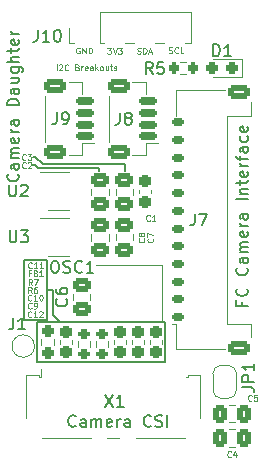
<source format=gbr>
%TF.GenerationSoftware,KiCad,Pcbnew,7.0.1*%
%TF.CreationDate,2024-01-21T13:12:55-07:00*%
%TF.ProjectId,camera_v1,63616d65-7261-45f7-9631-2e6b69636164,rev?*%
%TF.SameCoordinates,Original*%
%TF.FileFunction,Legend,Top*%
%TF.FilePolarity,Positive*%
%FSLAX46Y46*%
G04 Gerber Fmt 4.6, Leading zero omitted, Abs format (unit mm)*
G04 Created by KiCad (PCBNEW 7.0.1) date 2024-01-21 13:12:55*
%MOMM*%
%LPD*%
G01*
G04 APERTURE LIST*
G04 Aperture macros list*
%AMRoundRect*
0 Rectangle with rounded corners*
0 $1 Rounding radius*
0 $2 $3 $4 $5 $6 $7 $8 $9 X,Y pos of 4 corners*
0 Add a 4 corners polygon primitive as box body*
4,1,4,$2,$3,$4,$5,$6,$7,$8,$9,$2,$3,0*
0 Add four circle primitives for the rounded corners*
1,1,$1+$1,$2,$3*
1,1,$1+$1,$4,$5*
1,1,$1+$1,$6,$7*
1,1,$1+$1,$8,$9*
0 Add four rect primitives between the rounded corners*
20,1,$1+$1,$2,$3,$4,$5,0*
20,1,$1+$1,$4,$5,$6,$7,0*
20,1,$1+$1,$6,$7,$8,$9,0*
20,1,$1+$1,$8,$9,$2,$3,0*%
%AMFreePoly0*
4,1,19,0.500000,-0.750000,0.000000,-0.750000,0.000000,-0.744911,-0.071157,-0.744911,-0.207708,-0.704816,-0.327430,-0.627875,-0.420627,-0.520320,-0.479746,-0.390866,-0.500000,-0.250000,-0.500000,0.250000,-0.479746,0.390866,-0.420627,0.520320,-0.327430,0.627875,-0.207708,0.704816,-0.071157,0.744911,0.000000,0.744911,0.000000,0.750000,0.500000,0.750000,0.500000,-0.750000,0.500000,-0.750000,
$1*%
%AMFreePoly1*
4,1,19,0.000000,0.744911,0.071157,0.744911,0.207708,0.704816,0.327430,0.627875,0.420627,0.520320,0.479746,0.390866,0.500000,0.250000,0.500000,-0.250000,0.479746,-0.390866,0.420627,-0.520320,0.327430,-0.627875,0.207708,-0.704816,0.071157,-0.744911,0.000000,-0.744911,0.000000,-0.750000,-0.500000,-0.750000,-0.500000,0.750000,0.000000,0.750000,0.000000,0.744911,0.000000,0.744911,
$1*%
G04 Aperture macros list end*
%ADD10C,0.150000*%
%ADD11C,0.125000*%
%ADD12C,0.120000*%
%ADD13R,0.300000X0.800000*%
%ADD14R,0.850000X1.400000*%
%ADD15R,1.220000X1.400000*%
%ADD16R,1.560000X0.650000*%
%ADD17RoundRect,0.200000X0.275000X-0.200000X0.275000X0.200000X-0.275000X0.200000X-0.275000X-0.200000X0*%
%ADD18RoundRect,0.200000X-0.275000X0.200000X-0.275000X-0.200000X0.275000X-0.200000X0.275000X0.200000X0*%
%ADD19RoundRect,0.200000X-0.200000X-0.275000X0.200000X-0.275000X0.200000X0.275000X-0.200000X0.275000X0*%
%ADD20R,2.100000X1.800000*%
%ADD21FreePoly0,90.000000*%
%ADD22FreePoly1,90.000000*%
%ADD23R,1.700000X1.700000*%
%ADD24O,1.700000X1.700000*%
%ADD25RoundRect,0.150000X0.625000X-0.150000X0.625000X0.150000X-0.625000X0.150000X-0.625000X-0.150000X0*%
%ADD26RoundRect,0.250000X0.650000X-0.350000X0.650000X0.350000X-0.650000X0.350000X-0.650000X-0.350000X0*%
%ADD27RoundRect,0.150000X0.350000X-0.150000X0.350000X0.150000X-0.350000X0.150000X-0.350000X-0.150000X0*%
%ADD28RoundRect,0.250000X0.650000X-0.375000X0.650000X0.375000X-0.650000X0.375000X-0.650000X-0.375000X0*%
%ADD29C,1.500000*%
%ADD30RoundRect,0.237500X-0.237500X0.250000X-0.237500X-0.250000X0.237500X-0.250000X0.237500X0.250000X0*%
%ADD31RoundRect,0.237500X0.287500X0.237500X-0.287500X0.237500X-0.287500X-0.237500X0.287500X-0.237500X0*%
%ADD32RoundRect,0.237500X0.237500X-0.300000X0.237500X0.300000X-0.237500X0.300000X-0.237500X-0.300000X0*%
%ADD33RoundRect,0.250000X-0.475000X0.337500X-0.475000X-0.337500X0.475000X-0.337500X0.475000X0.337500X0*%
%ADD34RoundRect,0.250000X0.475000X-0.337500X0.475000X0.337500X-0.475000X0.337500X-0.475000X-0.337500X0*%
%ADD35RoundRect,0.250000X-0.337500X-0.475000X0.337500X-0.475000X0.337500X0.475000X-0.337500X0.475000X0*%
%ADD36RoundRect,0.237500X-0.237500X0.300000X-0.237500X-0.300000X0.237500X-0.300000X0.237500X0.300000X0*%
G04 APERTURE END LIST*
D10*
X147992380Y-118050476D02*
X148040000Y-118098095D01*
X148040000Y-118098095D02*
X148087619Y-118240952D01*
X148087619Y-118240952D02*
X148087619Y-118336190D01*
X148087619Y-118336190D02*
X148040000Y-118479047D01*
X148040000Y-118479047D02*
X147944761Y-118574285D01*
X147944761Y-118574285D02*
X147849523Y-118621904D01*
X147849523Y-118621904D02*
X147659047Y-118669523D01*
X147659047Y-118669523D02*
X147516190Y-118669523D01*
X147516190Y-118669523D02*
X147325714Y-118621904D01*
X147325714Y-118621904D02*
X147230476Y-118574285D01*
X147230476Y-118574285D02*
X147135238Y-118479047D01*
X147135238Y-118479047D02*
X147087619Y-118336190D01*
X147087619Y-118336190D02*
X147087619Y-118240952D01*
X147087619Y-118240952D02*
X147135238Y-118098095D01*
X147135238Y-118098095D02*
X147182857Y-118050476D01*
X148087619Y-117193333D02*
X147563809Y-117193333D01*
X147563809Y-117193333D02*
X147468571Y-117240952D01*
X147468571Y-117240952D02*
X147420952Y-117336190D01*
X147420952Y-117336190D02*
X147420952Y-117526666D01*
X147420952Y-117526666D02*
X147468571Y-117621904D01*
X148040000Y-117193333D02*
X148087619Y-117288571D01*
X148087619Y-117288571D02*
X148087619Y-117526666D01*
X148087619Y-117526666D02*
X148040000Y-117621904D01*
X148040000Y-117621904D02*
X147944761Y-117669523D01*
X147944761Y-117669523D02*
X147849523Y-117669523D01*
X147849523Y-117669523D02*
X147754285Y-117621904D01*
X147754285Y-117621904D02*
X147706666Y-117526666D01*
X147706666Y-117526666D02*
X147706666Y-117288571D01*
X147706666Y-117288571D02*
X147659047Y-117193333D01*
X148087619Y-116717142D02*
X147420952Y-116717142D01*
X147516190Y-116717142D02*
X147468571Y-116669523D01*
X147468571Y-116669523D02*
X147420952Y-116574285D01*
X147420952Y-116574285D02*
X147420952Y-116431428D01*
X147420952Y-116431428D02*
X147468571Y-116336190D01*
X147468571Y-116336190D02*
X147563809Y-116288571D01*
X147563809Y-116288571D02*
X148087619Y-116288571D01*
X147563809Y-116288571D02*
X147468571Y-116240952D01*
X147468571Y-116240952D02*
X147420952Y-116145714D01*
X147420952Y-116145714D02*
X147420952Y-116002857D01*
X147420952Y-116002857D02*
X147468571Y-115907618D01*
X147468571Y-115907618D02*
X147563809Y-115859999D01*
X147563809Y-115859999D02*
X148087619Y-115859999D01*
X148040000Y-115002857D02*
X148087619Y-115098095D01*
X148087619Y-115098095D02*
X148087619Y-115288571D01*
X148087619Y-115288571D02*
X148040000Y-115383809D01*
X148040000Y-115383809D02*
X147944761Y-115431428D01*
X147944761Y-115431428D02*
X147563809Y-115431428D01*
X147563809Y-115431428D02*
X147468571Y-115383809D01*
X147468571Y-115383809D02*
X147420952Y-115288571D01*
X147420952Y-115288571D02*
X147420952Y-115098095D01*
X147420952Y-115098095D02*
X147468571Y-115002857D01*
X147468571Y-115002857D02*
X147563809Y-114955238D01*
X147563809Y-114955238D02*
X147659047Y-114955238D01*
X147659047Y-114955238D02*
X147754285Y-115431428D01*
X148087619Y-114526666D02*
X147420952Y-114526666D01*
X147611428Y-114526666D02*
X147516190Y-114479047D01*
X147516190Y-114479047D02*
X147468571Y-114431428D01*
X147468571Y-114431428D02*
X147420952Y-114336190D01*
X147420952Y-114336190D02*
X147420952Y-114240952D01*
X148087619Y-113479047D02*
X147563809Y-113479047D01*
X147563809Y-113479047D02*
X147468571Y-113526666D01*
X147468571Y-113526666D02*
X147420952Y-113621904D01*
X147420952Y-113621904D02*
X147420952Y-113812380D01*
X147420952Y-113812380D02*
X147468571Y-113907618D01*
X148040000Y-113479047D02*
X148087619Y-113574285D01*
X148087619Y-113574285D02*
X148087619Y-113812380D01*
X148087619Y-113812380D02*
X148040000Y-113907618D01*
X148040000Y-113907618D02*
X147944761Y-113955237D01*
X147944761Y-113955237D02*
X147849523Y-113955237D01*
X147849523Y-113955237D02*
X147754285Y-113907618D01*
X147754285Y-113907618D02*
X147706666Y-113812380D01*
X147706666Y-113812380D02*
X147706666Y-113574285D01*
X147706666Y-113574285D02*
X147659047Y-113479047D01*
X148087619Y-112240951D02*
X147087619Y-112240951D01*
X147087619Y-112240951D02*
X147087619Y-112002856D01*
X147087619Y-112002856D02*
X147135238Y-111859999D01*
X147135238Y-111859999D02*
X147230476Y-111764761D01*
X147230476Y-111764761D02*
X147325714Y-111717142D01*
X147325714Y-111717142D02*
X147516190Y-111669523D01*
X147516190Y-111669523D02*
X147659047Y-111669523D01*
X147659047Y-111669523D02*
X147849523Y-111717142D01*
X147849523Y-111717142D02*
X147944761Y-111764761D01*
X147944761Y-111764761D02*
X148040000Y-111859999D01*
X148040000Y-111859999D02*
X148087619Y-112002856D01*
X148087619Y-112002856D02*
X148087619Y-112240951D01*
X148087619Y-110812380D02*
X147563809Y-110812380D01*
X147563809Y-110812380D02*
X147468571Y-110859999D01*
X147468571Y-110859999D02*
X147420952Y-110955237D01*
X147420952Y-110955237D02*
X147420952Y-111145713D01*
X147420952Y-111145713D02*
X147468571Y-111240951D01*
X148040000Y-110812380D02*
X148087619Y-110907618D01*
X148087619Y-110907618D02*
X148087619Y-111145713D01*
X148087619Y-111145713D02*
X148040000Y-111240951D01*
X148040000Y-111240951D02*
X147944761Y-111288570D01*
X147944761Y-111288570D02*
X147849523Y-111288570D01*
X147849523Y-111288570D02*
X147754285Y-111240951D01*
X147754285Y-111240951D02*
X147706666Y-111145713D01*
X147706666Y-111145713D02*
X147706666Y-110907618D01*
X147706666Y-110907618D02*
X147659047Y-110812380D01*
X147420952Y-109907618D02*
X148087619Y-109907618D01*
X147420952Y-110336189D02*
X147944761Y-110336189D01*
X147944761Y-110336189D02*
X148040000Y-110288570D01*
X148040000Y-110288570D02*
X148087619Y-110193332D01*
X148087619Y-110193332D02*
X148087619Y-110050475D01*
X148087619Y-110050475D02*
X148040000Y-109955237D01*
X148040000Y-109955237D02*
X147992380Y-109907618D01*
X147420952Y-109002856D02*
X148230476Y-109002856D01*
X148230476Y-109002856D02*
X148325714Y-109050475D01*
X148325714Y-109050475D02*
X148373333Y-109098094D01*
X148373333Y-109098094D02*
X148420952Y-109193332D01*
X148420952Y-109193332D02*
X148420952Y-109336189D01*
X148420952Y-109336189D02*
X148373333Y-109431427D01*
X148040000Y-109002856D02*
X148087619Y-109098094D01*
X148087619Y-109098094D02*
X148087619Y-109288570D01*
X148087619Y-109288570D02*
X148040000Y-109383808D01*
X148040000Y-109383808D02*
X147992380Y-109431427D01*
X147992380Y-109431427D02*
X147897142Y-109479046D01*
X147897142Y-109479046D02*
X147611428Y-109479046D01*
X147611428Y-109479046D02*
X147516190Y-109431427D01*
X147516190Y-109431427D02*
X147468571Y-109383808D01*
X147468571Y-109383808D02*
X147420952Y-109288570D01*
X147420952Y-109288570D02*
X147420952Y-109098094D01*
X147420952Y-109098094D02*
X147468571Y-109002856D01*
X148087619Y-108526665D02*
X147087619Y-108526665D01*
X148087619Y-108098094D02*
X147563809Y-108098094D01*
X147563809Y-108098094D02*
X147468571Y-108145713D01*
X147468571Y-108145713D02*
X147420952Y-108240951D01*
X147420952Y-108240951D02*
X147420952Y-108383808D01*
X147420952Y-108383808D02*
X147468571Y-108479046D01*
X147468571Y-108479046D02*
X147516190Y-108526665D01*
X147420952Y-107764760D02*
X147420952Y-107383808D01*
X147087619Y-107621903D02*
X147944761Y-107621903D01*
X147944761Y-107621903D02*
X148040000Y-107574284D01*
X148040000Y-107574284D02*
X148087619Y-107479046D01*
X148087619Y-107479046D02*
X148087619Y-107383808D01*
X148040000Y-106669522D02*
X148087619Y-106764760D01*
X148087619Y-106764760D02*
X148087619Y-106955236D01*
X148087619Y-106955236D02*
X148040000Y-107050474D01*
X148040000Y-107050474D02*
X147944761Y-107098093D01*
X147944761Y-107098093D02*
X147563809Y-107098093D01*
X147563809Y-107098093D02*
X147468571Y-107050474D01*
X147468571Y-107050474D02*
X147420952Y-106955236D01*
X147420952Y-106955236D02*
X147420952Y-106764760D01*
X147420952Y-106764760D02*
X147468571Y-106669522D01*
X147468571Y-106669522D02*
X147563809Y-106621903D01*
X147563809Y-106621903D02*
X147659047Y-106621903D01*
X147659047Y-106621903D02*
X147754285Y-107098093D01*
X148087619Y-106193331D02*
X147420952Y-106193331D01*
X147611428Y-106193331D02*
X147516190Y-106145712D01*
X147516190Y-106145712D02*
X147468571Y-106098093D01*
X147468571Y-106098093D02*
X147420952Y-106002855D01*
X147420952Y-106002855D02*
X147420952Y-105907617D01*
D11*
X151269047Y-109268809D02*
X151269047Y-108768809D01*
X151483333Y-108816428D02*
X151507142Y-108792619D01*
X151507142Y-108792619D02*
X151554761Y-108768809D01*
X151554761Y-108768809D02*
X151673809Y-108768809D01*
X151673809Y-108768809D02*
X151721428Y-108792619D01*
X151721428Y-108792619D02*
X151745237Y-108816428D01*
X151745237Y-108816428D02*
X151769047Y-108864047D01*
X151769047Y-108864047D02*
X151769047Y-108911666D01*
X151769047Y-108911666D02*
X151745237Y-108983095D01*
X151745237Y-108983095D02*
X151459523Y-109268809D01*
X151459523Y-109268809D02*
X151769047Y-109268809D01*
X152269046Y-109221190D02*
X152245237Y-109245000D01*
X152245237Y-109245000D02*
X152173808Y-109268809D01*
X152173808Y-109268809D02*
X152126189Y-109268809D01*
X152126189Y-109268809D02*
X152054761Y-109245000D01*
X152054761Y-109245000D02*
X152007142Y-109197380D01*
X152007142Y-109197380D02*
X151983332Y-109149761D01*
X151983332Y-109149761D02*
X151959523Y-109054523D01*
X151959523Y-109054523D02*
X151959523Y-108983095D01*
X151959523Y-108983095D02*
X151983332Y-108887857D01*
X151983332Y-108887857D02*
X152007142Y-108840238D01*
X152007142Y-108840238D02*
X152054761Y-108792619D01*
X152054761Y-108792619D02*
X152126189Y-108768809D01*
X152126189Y-108768809D02*
X152173808Y-108768809D01*
X152173808Y-108768809D02*
X152245237Y-108792619D01*
X152245237Y-108792619D02*
X152269046Y-108816428D01*
X153030951Y-109006904D02*
X153102379Y-109030714D01*
X153102379Y-109030714D02*
X153126189Y-109054523D01*
X153126189Y-109054523D02*
X153149998Y-109102142D01*
X153149998Y-109102142D02*
X153149998Y-109173571D01*
X153149998Y-109173571D02*
X153126189Y-109221190D01*
X153126189Y-109221190D02*
X153102379Y-109245000D01*
X153102379Y-109245000D02*
X153054760Y-109268809D01*
X153054760Y-109268809D02*
X152864284Y-109268809D01*
X152864284Y-109268809D02*
X152864284Y-108768809D01*
X152864284Y-108768809D02*
X153030951Y-108768809D01*
X153030951Y-108768809D02*
X153078570Y-108792619D01*
X153078570Y-108792619D02*
X153102379Y-108816428D01*
X153102379Y-108816428D02*
X153126189Y-108864047D01*
X153126189Y-108864047D02*
X153126189Y-108911666D01*
X153126189Y-108911666D02*
X153102379Y-108959285D01*
X153102379Y-108959285D02*
X153078570Y-108983095D01*
X153078570Y-108983095D02*
X153030951Y-109006904D01*
X153030951Y-109006904D02*
X152864284Y-109006904D01*
X153364284Y-109268809D02*
X153364284Y-108935476D01*
X153364284Y-109030714D02*
X153388094Y-108983095D01*
X153388094Y-108983095D02*
X153411903Y-108959285D01*
X153411903Y-108959285D02*
X153459522Y-108935476D01*
X153459522Y-108935476D02*
X153507141Y-108935476D01*
X153864284Y-109245000D02*
X153816665Y-109268809D01*
X153816665Y-109268809D02*
X153721427Y-109268809D01*
X153721427Y-109268809D02*
X153673808Y-109245000D01*
X153673808Y-109245000D02*
X153649999Y-109197380D01*
X153649999Y-109197380D02*
X153649999Y-109006904D01*
X153649999Y-109006904D02*
X153673808Y-108959285D01*
X153673808Y-108959285D02*
X153721427Y-108935476D01*
X153721427Y-108935476D02*
X153816665Y-108935476D01*
X153816665Y-108935476D02*
X153864284Y-108959285D01*
X153864284Y-108959285D02*
X153888094Y-109006904D01*
X153888094Y-109006904D02*
X153888094Y-109054523D01*
X153888094Y-109054523D02*
X153649999Y-109102142D01*
X154316665Y-109268809D02*
X154316665Y-109006904D01*
X154316665Y-109006904D02*
X154292855Y-108959285D01*
X154292855Y-108959285D02*
X154245236Y-108935476D01*
X154245236Y-108935476D02*
X154149998Y-108935476D01*
X154149998Y-108935476D02*
X154102379Y-108959285D01*
X154316665Y-109245000D02*
X154269046Y-109268809D01*
X154269046Y-109268809D02*
X154149998Y-109268809D01*
X154149998Y-109268809D02*
X154102379Y-109245000D01*
X154102379Y-109245000D02*
X154078570Y-109197380D01*
X154078570Y-109197380D02*
X154078570Y-109149761D01*
X154078570Y-109149761D02*
X154102379Y-109102142D01*
X154102379Y-109102142D02*
X154149998Y-109078333D01*
X154149998Y-109078333D02*
X154269046Y-109078333D01*
X154269046Y-109078333D02*
X154316665Y-109054523D01*
X154554760Y-109268809D02*
X154554760Y-108768809D01*
X154602379Y-109078333D02*
X154745236Y-109268809D01*
X154745236Y-108935476D02*
X154554760Y-109125952D01*
X155030951Y-109268809D02*
X154983332Y-109245000D01*
X154983332Y-109245000D02*
X154959522Y-109221190D01*
X154959522Y-109221190D02*
X154935713Y-109173571D01*
X154935713Y-109173571D02*
X154935713Y-109030714D01*
X154935713Y-109030714D02*
X154959522Y-108983095D01*
X154959522Y-108983095D02*
X154983332Y-108959285D01*
X154983332Y-108959285D02*
X155030951Y-108935476D01*
X155030951Y-108935476D02*
X155102379Y-108935476D01*
X155102379Y-108935476D02*
X155149998Y-108959285D01*
X155149998Y-108959285D02*
X155173808Y-108983095D01*
X155173808Y-108983095D02*
X155197617Y-109030714D01*
X155197617Y-109030714D02*
X155197617Y-109173571D01*
X155197617Y-109173571D02*
X155173808Y-109221190D01*
X155173808Y-109221190D02*
X155149998Y-109245000D01*
X155149998Y-109245000D02*
X155102379Y-109268809D01*
X155102379Y-109268809D02*
X155030951Y-109268809D01*
X155626189Y-108935476D02*
X155626189Y-109268809D01*
X155411903Y-108935476D02*
X155411903Y-109197380D01*
X155411903Y-109197380D02*
X155435713Y-109245000D01*
X155435713Y-109245000D02*
X155483332Y-109268809D01*
X155483332Y-109268809D02*
X155554760Y-109268809D01*
X155554760Y-109268809D02*
X155602379Y-109245000D01*
X155602379Y-109245000D02*
X155626189Y-109221190D01*
X155792856Y-108935476D02*
X155983332Y-108935476D01*
X155864284Y-108768809D02*
X155864284Y-109197380D01*
X155864284Y-109197380D02*
X155888094Y-109245000D01*
X155888094Y-109245000D02*
X155935713Y-109268809D01*
X155935713Y-109268809D02*
X155983332Y-109268809D01*
X156126189Y-109245000D02*
X156173808Y-109268809D01*
X156173808Y-109268809D02*
X156269046Y-109268809D01*
X156269046Y-109268809D02*
X156316665Y-109245000D01*
X156316665Y-109245000D02*
X156340474Y-109197380D01*
X156340474Y-109197380D02*
X156340474Y-109173571D01*
X156340474Y-109173571D02*
X156316665Y-109125952D01*
X156316665Y-109125952D02*
X156269046Y-109102142D01*
X156269046Y-109102142D02*
X156197617Y-109102142D01*
X156197617Y-109102142D02*
X156149998Y-109078333D01*
X156149998Y-109078333D02*
X156126189Y-109030714D01*
X156126189Y-109030714D02*
X156126189Y-109006904D01*
X156126189Y-109006904D02*
X156149998Y-108959285D01*
X156149998Y-108959285D02*
X156197617Y-108935476D01*
X156197617Y-108935476D02*
X156269046Y-108935476D01*
X156269046Y-108935476D02*
X156316665Y-108959285D01*
X160775238Y-107785000D02*
X160846666Y-107808809D01*
X160846666Y-107808809D02*
X160965714Y-107808809D01*
X160965714Y-107808809D02*
X161013333Y-107785000D01*
X161013333Y-107785000D02*
X161037142Y-107761190D01*
X161037142Y-107761190D02*
X161060952Y-107713571D01*
X161060952Y-107713571D02*
X161060952Y-107665952D01*
X161060952Y-107665952D02*
X161037142Y-107618333D01*
X161037142Y-107618333D02*
X161013333Y-107594523D01*
X161013333Y-107594523D02*
X160965714Y-107570714D01*
X160965714Y-107570714D02*
X160870476Y-107546904D01*
X160870476Y-107546904D02*
X160822857Y-107523095D01*
X160822857Y-107523095D02*
X160799047Y-107499285D01*
X160799047Y-107499285D02*
X160775238Y-107451666D01*
X160775238Y-107451666D02*
X160775238Y-107404047D01*
X160775238Y-107404047D02*
X160799047Y-107356428D01*
X160799047Y-107356428D02*
X160822857Y-107332619D01*
X160822857Y-107332619D02*
X160870476Y-107308809D01*
X160870476Y-107308809D02*
X160989523Y-107308809D01*
X160989523Y-107308809D02*
X161060952Y-107332619D01*
X161560951Y-107761190D02*
X161537142Y-107785000D01*
X161537142Y-107785000D02*
X161465713Y-107808809D01*
X161465713Y-107808809D02*
X161418094Y-107808809D01*
X161418094Y-107808809D02*
X161346666Y-107785000D01*
X161346666Y-107785000D02*
X161299047Y-107737380D01*
X161299047Y-107737380D02*
X161275237Y-107689761D01*
X161275237Y-107689761D02*
X161251428Y-107594523D01*
X161251428Y-107594523D02*
X161251428Y-107523095D01*
X161251428Y-107523095D02*
X161275237Y-107427857D01*
X161275237Y-107427857D02*
X161299047Y-107380238D01*
X161299047Y-107380238D02*
X161346666Y-107332619D01*
X161346666Y-107332619D02*
X161418094Y-107308809D01*
X161418094Y-107308809D02*
X161465713Y-107308809D01*
X161465713Y-107308809D02*
X161537142Y-107332619D01*
X161537142Y-107332619D02*
X161560951Y-107356428D01*
X162013332Y-107808809D02*
X161775237Y-107808809D01*
X161775237Y-107808809D02*
X161775237Y-107308809D01*
X158105238Y-107825000D02*
X158176666Y-107848809D01*
X158176666Y-107848809D02*
X158295714Y-107848809D01*
X158295714Y-107848809D02*
X158343333Y-107825000D01*
X158343333Y-107825000D02*
X158367142Y-107801190D01*
X158367142Y-107801190D02*
X158390952Y-107753571D01*
X158390952Y-107753571D02*
X158390952Y-107705952D01*
X158390952Y-107705952D02*
X158367142Y-107658333D01*
X158367142Y-107658333D02*
X158343333Y-107634523D01*
X158343333Y-107634523D02*
X158295714Y-107610714D01*
X158295714Y-107610714D02*
X158200476Y-107586904D01*
X158200476Y-107586904D02*
X158152857Y-107563095D01*
X158152857Y-107563095D02*
X158129047Y-107539285D01*
X158129047Y-107539285D02*
X158105238Y-107491666D01*
X158105238Y-107491666D02*
X158105238Y-107444047D01*
X158105238Y-107444047D02*
X158129047Y-107396428D01*
X158129047Y-107396428D02*
X158152857Y-107372619D01*
X158152857Y-107372619D02*
X158200476Y-107348809D01*
X158200476Y-107348809D02*
X158319523Y-107348809D01*
X158319523Y-107348809D02*
X158390952Y-107372619D01*
X158605237Y-107848809D02*
X158605237Y-107348809D01*
X158605237Y-107348809D02*
X158724285Y-107348809D01*
X158724285Y-107348809D02*
X158795713Y-107372619D01*
X158795713Y-107372619D02*
X158843332Y-107420238D01*
X158843332Y-107420238D02*
X158867142Y-107467857D01*
X158867142Y-107467857D02*
X158890951Y-107563095D01*
X158890951Y-107563095D02*
X158890951Y-107634523D01*
X158890951Y-107634523D02*
X158867142Y-107729761D01*
X158867142Y-107729761D02*
X158843332Y-107777380D01*
X158843332Y-107777380D02*
X158795713Y-107825000D01*
X158795713Y-107825000D02*
X158724285Y-107848809D01*
X158724285Y-107848809D02*
X158605237Y-107848809D01*
X159081428Y-107705952D02*
X159319523Y-107705952D01*
X159033809Y-107848809D02*
X159200475Y-107348809D01*
X159200475Y-107348809D02*
X159367142Y-107848809D01*
X155561428Y-107368809D02*
X155870952Y-107368809D01*
X155870952Y-107368809D02*
X155704285Y-107559285D01*
X155704285Y-107559285D02*
X155775714Y-107559285D01*
X155775714Y-107559285D02*
X155823333Y-107583095D01*
X155823333Y-107583095D02*
X155847142Y-107606904D01*
X155847142Y-107606904D02*
X155870952Y-107654523D01*
X155870952Y-107654523D02*
X155870952Y-107773571D01*
X155870952Y-107773571D02*
X155847142Y-107821190D01*
X155847142Y-107821190D02*
X155823333Y-107845000D01*
X155823333Y-107845000D02*
X155775714Y-107868809D01*
X155775714Y-107868809D02*
X155632857Y-107868809D01*
X155632857Y-107868809D02*
X155585238Y-107845000D01*
X155585238Y-107845000D02*
X155561428Y-107821190D01*
X156013809Y-107368809D02*
X156180475Y-107868809D01*
X156180475Y-107868809D02*
X156347142Y-107368809D01*
X156466189Y-107368809D02*
X156775713Y-107368809D01*
X156775713Y-107368809D02*
X156609046Y-107559285D01*
X156609046Y-107559285D02*
X156680475Y-107559285D01*
X156680475Y-107559285D02*
X156728094Y-107583095D01*
X156728094Y-107583095D02*
X156751903Y-107606904D01*
X156751903Y-107606904D02*
X156775713Y-107654523D01*
X156775713Y-107654523D02*
X156775713Y-107773571D01*
X156775713Y-107773571D02*
X156751903Y-107821190D01*
X156751903Y-107821190D02*
X156728094Y-107845000D01*
X156728094Y-107845000D02*
X156680475Y-107868809D01*
X156680475Y-107868809D02*
X156537618Y-107868809D01*
X156537618Y-107868809D02*
X156489999Y-107845000D01*
X156489999Y-107845000D02*
X156466189Y-107821190D01*
X153210952Y-107362619D02*
X153163333Y-107338809D01*
X153163333Y-107338809D02*
X153091904Y-107338809D01*
X153091904Y-107338809D02*
X153020476Y-107362619D01*
X153020476Y-107362619D02*
X152972857Y-107410238D01*
X152972857Y-107410238D02*
X152949047Y-107457857D01*
X152949047Y-107457857D02*
X152925238Y-107553095D01*
X152925238Y-107553095D02*
X152925238Y-107624523D01*
X152925238Y-107624523D02*
X152949047Y-107719761D01*
X152949047Y-107719761D02*
X152972857Y-107767380D01*
X152972857Y-107767380D02*
X153020476Y-107815000D01*
X153020476Y-107815000D02*
X153091904Y-107838809D01*
X153091904Y-107838809D02*
X153139523Y-107838809D01*
X153139523Y-107838809D02*
X153210952Y-107815000D01*
X153210952Y-107815000D02*
X153234761Y-107791190D01*
X153234761Y-107791190D02*
X153234761Y-107624523D01*
X153234761Y-107624523D02*
X153139523Y-107624523D01*
X153449047Y-107838809D02*
X153449047Y-107338809D01*
X153449047Y-107338809D02*
X153734761Y-107838809D01*
X153734761Y-107838809D02*
X153734761Y-107338809D01*
X153972857Y-107838809D02*
X153972857Y-107338809D01*
X153972857Y-107338809D02*
X154091905Y-107338809D01*
X154091905Y-107338809D02*
X154163333Y-107362619D01*
X154163333Y-107362619D02*
X154210952Y-107410238D01*
X154210952Y-107410238D02*
X154234762Y-107457857D01*
X154234762Y-107457857D02*
X154258571Y-107553095D01*
X154258571Y-107553095D02*
X154258571Y-107624523D01*
X154258571Y-107624523D02*
X154234762Y-107719761D01*
X154234762Y-107719761D02*
X154210952Y-107767380D01*
X154210952Y-107767380D02*
X154163333Y-107815000D01*
X154163333Y-107815000D02*
X154091905Y-107838809D01*
X154091905Y-107838809D02*
X153972857Y-107838809D01*
D10*
X152879523Y-139372380D02*
X152831904Y-139420000D01*
X152831904Y-139420000D02*
X152689047Y-139467619D01*
X152689047Y-139467619D02*
X152593809Y-139467619D01*
X152593809Y-139467619D02*
X152450952Y-139420000D01*
X152450952Y-139420000D02*
X152355714Y-139324761D01*
X152355714Y-139324761D02*
X152308095Y-139229523D01*
X152308095Y-139229523D02*
X152260476Y-139039047D01*
X152260476Y-139039047D02*
X152260476Y-138896190D01*
X152260476Y-138896190D02*
X152308095Y-138705714D01*
X152308095Y-138705714D02*
X152355714Y-138610476D01*
X152355714Y-138610476D02*
X152450952Y-138515238D01*
X152450952Y-138515238D02*
X152593809Y-138467619D01*
X152593809Y-138467619D02*
X152689047Y-138467619D01*
X152689047Y-138467619D02*
X152831904Y-138515238D01*
X152831904Y-138515238D02*
X152879523Y-138562857D01*
X153736666Y-139467619D02*
X153736666Y-138943809D01*
X153736666Y-138943809D02*
X153689047Y-138848571D01*
X153689047Y-138848571D02*
X153593809Y-138800952D01*
X153593809Y-138800952D02*
X153403333Y-138800952D01*
X153403333Y-138800952D02*
X153308095Y-138848571D01*
X153736666Y-139420000D02*
X153641428Y-139467619D01*
X153641428Y-139467619D02*
X153403333Y-139467619D01*
X153403333Y-139467619D02*
X153308095Y-139420000D01*
X153308095Y-139420000D02*
X153260476Y-139324761D01*
X153260476Y-139324761D02*
X153260476Y-139229523D01*
X153260476Y-139229523D02*
X153308095Y-139134285D01*
X153308095Y-139134285D02*
X153403333Y-139086666D01*
X153403333Y-139086666D02*
X153641428Y-139086666D01*
X153641428Y-139086666D02*
X153736666Y-139039047D01*
X154212857Y-139467619D02*
X154212857Y-138800952D01*
X154212857Y-138896190D02*
X154260476Y-138848571D01*
X154260476Y-138848571D02*
X154355714Y-138800952D01*
X154355714Y-138800952D02*
X154498571Y-138800952D01*
X154498571Y-138800952D02*
X154593809Y-138848571D01*
X154593809Y-138848571D02*
X154641428Y-138943809D01*
X154641428Y-138943809D02*
X154641428Y-139467619D01*
X154641428Y-138943809D02*
X154689047Y-138848571D01*
X154689047Y-138848571D02*
X154784285Y-138800952D01*
X154784285Y-138800952D02*
X154927142Y-138800952D01*
X154927142Y-138800952D02*
X155022381Y-138848571D01*
X155022381Y-138848571D02*
X155070000Y-138943809D01*
X155070000Y-138943809D02*
X155070000Y-139467619D01*
X155927142Y-139420000D02*
X155831904Y-139467619D01*
X155831904Y-139467619D02*
X155641428Y-139467619D01*
X155641428Y-139467619D02*
X155546190Y-139420000D01*
X155546190Y-139420000D02*
X155498571Y-139324761D01*
X155498571Y-139324761D02*
X155498571Y-138943809D01*
X155498571Y-138943809D02*
X155546190Y-138848571D01*
X155546190Y-138848571D02*
X155641428Y-138800952D01*
X155641428Y-138800952D02*
X155831904Y-138800952D01*
X155831904Y-138800952D02*
X155927142Y-138848571D01*
X155927142Y-138848571D02*
X155974761Y-138943809D01*
X155974761Y-138943809D02*
X155974761Y-139039047D01*
X155974761Y-139039047D02*
X155498571Y-139134285D01*
X156403333Y-139467619D02*
X156403333Y-138800952D01*
X156403333Y-138991428D02*
X156450952Y-138896190D01*
X156450952Y-138896190D02*
X156498571Y-138848571D01*
X156498571Y-138848571D02*
X156593809Y-138800952D01*
X156593809Y-138800952D02*
X156689047Y-138800952D01*
X157450952Y-139467619D02*
X157450952Y-138943809D01*
X157450952Y-138943809D02*
X157403333Y-138848571D01*
X157403333Y-138848571D02*
X157308095Y-138800952D01*
X157308095Y-138800952D02*
X157117619Y-138800952D01*
X157117619Y-138800952D02*
X157022381Y-138848571D01*
X157450952Y-139420000D02*
X157355714Y-139467619D01*
X157355714Y-139467619D02*
X157117619Y-139467619D01*
X157117619Y-139467619D02*
X157022381Y-139420000D01*
X157022381Y-139420000D02*
X156974762Y-139324761D01*
X156974762Y-139324761D02*
X156974762Y-139229523D01*
X156974762Y-139229523D02*
X157022381Y-139134285D01*
X157022381Y-139134285D02*
X157117619Y-139086666D01*
X157117619Y-139086666D02*
X157355714Y-139086666D01*
X157355714Y-139086666D02*
X157450952Y-139039047D01*
X159260476Y-139372380D02*
X159212857Y-139420000D01*
X159212857Y-139420000D02*
X159070000Y-139467619D01*
X159070000Y-139467619D02*
X158974762Y-139467619D01*
X158974762Y-139467619D02*
X158831905Y-139420000D01*
X158831905Y-139420000D02*
X158736667Y-139324761D01*
X158736667Y-139324761D02*
X158689048Y-139229523D01*
X158689048Y-139229523D02*
X158641429Y-139039047D01*
X158641429Y-139039047D02*
X158641429Y-138896190D01*
X158641429Y-138896190D02*
X158689048Y-138705714D01*
X158689048Y-138705714D02*
X158736667Y-138610476D01*
X158736667Y-138610476D02*
X158831905Y-138515238D01*
X158831905Y-138515238D02*
X158974762Y-138467619D01*
X158974762Y-138467619D02*
X159070000Y-138467619D01*
X159070000Y-138467619D02*
X159212857Y-138515238D01*
X159212857Y-138515238D02*
X159260476Y-138562857D01*
X159641429Y-139420000D02*
X159784286Y-139467619D01*
X159784286Y-139467619D02*
X160022381Y-139467619D01*
X160022381Y-139467619D02*
X160117619Y-139420000D01*
X160117619Y-139420000D02*
X160165238Y-139372380D01*
X160165238Y-139372380D02*
X160212857Y-139277142D01*
X160212857Y-139277142D02*
X160212857Y-139181904D01*
X160212857Y-139181904D02*
X160165238Y-139086666D01*
X160165238Y-139086666D02*
X160117619Y-139039047D01*
X160117619Y-139039047D02*
X160022381Y-138991428D01*
X160022381Y-138991428D02*
X159831905Y-138943809D01*
X159831905Y-138943809D02*
X159736667Y-138896190D01*
X159736667Y-138896190D02*
X159689048Y-138848571D01*
X159689048Y-138848571D02*
X159641429Y-138753333D01*
X159641429Y-138753333D02*
X159641429Y-138658095D01*
X159641429Y-138658095D02*
X159689048Y-138562857D01*
X159689048Y-138562857D02*
X159736667Y-138515238D01*
X159736667Y-138515238D02*
X159831905Y-138467619D01*
X159831905Y-138467619D02*
X160070000Y-138467619D01*
X160070000Y-138467619D02*
X160212857Y-138515238D01*
X160641429Y-139467619D02*
X160641429Y-138467619D01*
X166943809Y-128848571D02*
X166943809Y-129181904D01*
X167467619Y-129181904D02*
X166467619Y-129181904D01*
X166467619Y-129181904D02*
X166467619Y-128705714D01*
X167372380Y-127753333D02*
X167420000Y-127800952D01*
X167420000Y-127800952D02*
X167467619Y-127943809D01*
X167467619Y-127943809D02*
X167467619Y-128039047D01*
X167467619Y-128039047D02*
X167420000Y-128181904D01*
X167420000Y-128181904D02*
X167324761Y-128277142D01*
X167324761Y-128277142D02*
X167229523Y-128324761D01*
X167229523Y-128324761D02*
X167039047Y-128372380D01*
X167039047Y-128372380D02*
X166896190Y-128372380D01*
X166896190Y-128372380D02*
X166705714Y-128324761D01*
X166705714Y-128324761D02*
X166610476Y-128277142D01*
X166610476Y-128277142D02*
X166515238Y-128181904D01*
X166515238Y-128181904D02*
X166467619Y-128039047D01*
X166467619Y-128039047D02*
X166467619Y-127943809D01*
X166467619Y-127943809D02*
X166515238Y-127800952D01*
X166515238Y-127800952D02*
X166562857Y-127753333D01*
X167372380Y-125991428D02*
X167420000Y-126039047D01*
X167420000Y-126039047D02*
X167467619Y-126181904D01*
X167467619Y-126181904D02*
X167467619Y-126277142D01*
X167467619Y-126277142D02*
X167420000Y-126419999D01*
X167420000Y-126419999D02*
X167324761Y-126515237D01*
X167324761Y-126515237D02*
X167229523Y-126562856D01*
X167229523Y-126562856D02*
X167039047Y-126610475D01*
X167039047Y-126610475D02*
X166896190Y-126610475D01*
X166896190Y-126610475D02*
X166705714Y-126562856D01*
X166705714Y-126562856D02*
X166610476Y-126515237D01*
X166610476Y-126515237D02*
X166515238Y-126419999D01*
X166515238Y-126419999D02*
X166467619Y-126277142D01*
X166467619Y-126277142D02*
X166467619Y-126181904D01*
X166467619Y-126181904D02*
X166515238Y-126039047D01*
X166515238Y-126039047D02*
X166562857Y-125991428D01*
X167467619Y-125134285D02*
X166943809Y-125134285D01*
X166943809Y-125134285D02*
X166848571Y-125181904D01*
X166848571Y-125181904D02*
X166800952Y-125277142D01*
X166800952Y-125277142D02*
X166800952Y-125467618D01*
X166800952Y-125467618D02*
X166848571Y-125562856D01*
X167420000Y-125134285D02*
X167467619Y-125229523D01*
X167467619Y-125229523D02*
X167467619Y-125467618D01*
X167467619Y-125467618D02*
X167420000Y-125562856D01*
X167420000Y-125562856D02*
X167324761Y-125610475D01*
X167324761Y-125610475D02*
X167229523Y-125610475D01*
X167229523Y-125610475D02*
X167134285Y-125562856D01*
X167134285Y-125562856D02*
X167086666Y-125467618D01*
X167086666Y-125467618D02*
X167086666Y-125229523D01*
X167086666Y-125229523D02*
X167039047Y-125134285D01*
X167467619Y-124658094D02*
X166800952Y-124658094D01*
X166896190Y-124658094D02*
X166848571Y-124610475D01*
X166848571Y-124610475D02*
X166800952Y-124515237D01*
X166800952Y-124515237D02*
X166800952Y-124372380D01*
X166800952Y-124372380D02*
X166848571Y-124277142D01*
X166848571Y-124277142D02*
X166943809Y-124229523D01*
X166943809Y-124229523D02*
X167467619Y-124229523D01*
X166943809Y-124229523D02*
X166848571Y-124181904D01*
X166848571Y-124181904D02*
X166800952Y-124086666D01*
X166800952Y-124086666D02*
X166800952Y-123943809D01*
X166800952Y-123943809D02*
X166848571Y-123848570D01*
X166848571Y-123848570D02*
X166943809Y-123800951D01*
X166943809Y-123800951D02*
X167467619Y-123800951D01*
X167420000Y-122943809D02*
X167467619Y-123039047D01*
X167467619Y-123039047D02*
X167467619Y-123229523D01*
X167467619Y-123229523D02*
X167420000Y-123324761D01*
X167420000Y-123324761D02*
X167324761Y-123372380D01*
X167324761Y-123372380D02*
X166943809Y-123372380D01*
X166943809Y-123372380D02*
X166848571Y-123324761D01*
X166848571Y-123324761D02*
X166800952Y-123229523D01*
X166800952Y-123229523D02*
X166800952Y-123039047D01*
X166800952Y-123039047D02*
X166848571Y-122943809D01*
X166848571Y-122943809D02*
X166943809Y-122896190D01*
X166943809Y-122896190D02*
X167039047Y-122896190D01*
X167039047Y-122896190D02*
X167134285Y-123372380D01*
X167467619Y-122467618D02*
X166800952Y-122467618D01*
X166991428Y-122467618D02*
X166896190Y-122419999D01*
X166896190Y-122419999D02*
X166848571Y-122372380D01*
X166848571Y-122372380D02*
X166800952Y-122277142D01*
X166800952Y-122277142D02*
X166800952Y-122181904D01*
X167467619Y-121419999D02*
X166943809Y-121419999D01*
X166943809Y-121419999D02*
X166848571Y-121467618D01*
X166848571Y-121467618D02*
X166800952Y-121562856D01*
X166800952Y-121562856D02*
X166800952Y-121753332D01*
X166800952Y-121753332D02*
X166848571Y-121848570D01*
X167420000Y-121419999D02*
X167467619Y-121515237D01*
X167467619Y-121515237D02*
X167467619Y-121753332D01*
X167467619Y-121753332D02*
X167420000Y-121848570D01*
X167420000Y-121848570D02*
X167324761Y-121896189D01*
X167324761Y-121896189D02*
X167229523Y-121896189D01*
X167229523Y-121896189D02*
X167134285Y-121848570D01*
X167134285Y-121848570D02*
X167086666Y-121753332D01*
X167086666Y-121753332D02*
X167086666Y-121515237D01*
X167086666Y-121515237D02*
X167039047Y-121419999D01*
X167467619Y-120181903D02*
X166467619Y-120181903D01*
X166800952Y-119705713D02*
X167467619Y-119705713D01*
X166896190Y-119705713D02*
X166848571Y-119658094D01*
X166848571Y-119658094D02*
X166800952Y-119562856D01*
X166800952Y-119562856D02*
X166800952Y-119419999D01*
X166800952Y-119419999D02*
X166848571Y-119324761D01*
X166848571Y-119324761D02*
X166943809Y-119277142D01*
X166943809Y-119277142D02*
X167467619Y-119277142D01*
X166800952Y-118943808D02*
X166800952Y-118562856D01*
X166467619Y-118800951D02*
X167324761Y-118800951D01*
X167324761Y-118800951D02*
X167420000Y-118753332D01*
X167420000Y-118753332D02*
X167467619Y-118658094D01*
X167467619Y-118658094D02*
X167467619Y-118562856D01*
X167420000Y-117848570D02*
X167467619Y-117943808D01*
X167467619Y-117943808D02*
X167467619Y-118134284D01*
X167467619Y-118134284D02*
X167420000Y-118229522D01*
X167420000Y-118229522D02*
X167324761Y-118277141D01*
X167324761Y-118277141D02*
X166943809Y-118277141D01*
X166943809Y-118277141D02*
X166848571Y-118229522D01*
X166848571Y-118229522D02*
X166800952Y-118134284D01*
X166800952Y-118134284D02*
X166800952Y-117943808D01*
X166800952Y-117943808D02*
X166848571Y-117848570D01*
X166848571Y-117848570D02*
X166943809Y-117800951D01*
X166943809Y-117800951D02*
X167039047Y-117800951D01*
X167039047Y-117800951D02*
X167134285Y-118277141D01*
X167467619Y-117372379D02*
X166800952Y-117372379D01*
X166991428Y-117372379D02*
X166896190Y-117324760D01*
X166896190Y-117324760D02*
X166848571Y-117277141D01*
X166848571Y-117277141D02*
X166800952Y-117181903D01*
X166800952Y-117181903D02*
X166800952Y-117086665D01*
X166800952Y-116896188D02*
X166800952Y-116515236D01*
X167467619Y-116753331D02*
X166610476Y-116753331D01*
X166610476Y-116753331D02*
X166515238Y-116705712D01*
X166515238Y-116705712D02*
X166467619Y-116610474D01*
X166467619Y-116610474D02*
X166467619Y-116515236D01*
X167467619Y-115753331D02*
X166943809Y-115753331D01*
X166943809Y-115753331D02*
X166848571Y-115800950D01*
X166848571Y-115800950D02*
X166800952Y-115896188D01*
X166800952Y-115896188D02*
X166800952Y-116086664D01*
X166800952Y-116086664D02*
X166848571Y-116181902D01*
X167420000Y-115753331D02*
X167467619Y-115848569D01*
X167467619Y-115848569D02*
X167467619Y-116086664D01*
X167467619Y-116086664D02*
X167420000Y-116181902D01*
X167420000Y-116181902D02*
X167324761Y-116229521D01*
X167324761Y-116229521D02*
X167229523Y-116229521D01*
X167229523Y-116229521D02*
X167134285Y-116181902D01*
X167134285Y-116181902D02*
X167086666Y-116086664D01*
X167086666Y-116086664D02*
X167086666Y-115848569D01*
X167086666Y-115848569D02*
X167039047Y-115753331D01*
X167420000Y-114848569D02*
X167467619Y-114943807D01*
X167467619Y-114943807D02*
X167467619Y-115134283D01*
X167467619Y-115134283D02*
X167420000Y-115229521D01*
X167420000Y-115229521D02*
X167372380Y-115277140D01*
X167372380Y-115277140D02*
X167277142Y-115324759D01*
X167277142Y-115324759D02*
X166991428Y-115324759D01*
X166991428Y-115324759D02*
X166896190Y-115277140D01*
X166896190Y-115277140D02*
X166848571Y-115229521D01*
X166848571Y-115229521D02*
X166800952Y-115134283D01*
X166800952Y-115134283D02*
X166800952Y-114943807D01*
X166800952Y-114943807D02*
X166848571Y-114848569D01*
X167420000Y-114039045D02*
X167467619Y-114134283D01*
X167467619Y-114134283D02*
X167467619Y-114324759D01*
X167467619Y-114324759D02*
X167420000Y-114419997D01*
X167420000Y-114419997D02*
X167324761Y-114467616D01*
X167324761Y-114467616D02*
X166943809Y-114467616D01*
X166943809Y-114467616D02*
X166848571Y-114419997D01*
X166848571Y-114419997D02*
X166800952Y-114324759D01*
X166800952Y-114324759D02*
X166800952Y-114134283D01*
X166800952Y-114134283D02*
X166848571Y-114039045D01*
X166848571Y-114039045D02*
X166943809Y-113991426D01*
X166943809Y-113991426D02*
X167039047Y-113991426D01*
X167039047Y-113991426D02*
X167134285Y-114467616D01*
X154860000Y-117570000D02*
X154860000Y-117760000D01*
X149720000Y-117570000D02*
X154860000Y-117570000D01*
X149430000Y-117280000D02*
X149720000Y-117570000D01*
X149220000Y-117280000D02*
X149430000Y-117280000D01*
X157100000Y-117200000D02*
X157100000Y-117760000D01*
X150090000Y-117200000D02*
X157100000Y-117200000D01*
X149480000Y-116590000D02*
X150090000Y-117200000D01*
X149260000Y-116590000D02*
X149480000Y-116590000D01*
X150960000Y-130020000D02*
X151530000Y-130590000D01*
X150960000Y-127880000D02*
X150960000Y-130020000D01*
X150450000Y-127880000D02*
X150960000Y-127880000D01*
X149590000Y-130590000D02*
X160460000Y-130590000D01*
X160460000Y-133940000D01*
X149590000Y-133940000D01*
X149590000Y-130590000D01*
X148530000Y-125320000D02*
X150450000Y-125320000D01*
X150450000Y-130440000D01*
X148530000Y-130440000D01*
X148530000Y-125320000D01*
%TO.C,X1*%
X155380476Y-136732619D02*
X156047142Y-137732619D01*
X156047142Y-136732619D02*
X155380476Y-137732619D01*
X156951904Y-137732619D02*
X156380476Y-137732619D01*
X156666190Y-137732619D02*
X156666190Y-136732619D01*
X156666190Y-136732619D02*
X156570952Y-136875476D01*
X156570952Y-136875476D02*
X156475714Y-136970714D01*
X156475714Y-136970714D02*
X156380476Y-137018333D01*
%TO.C,U3*%
X147298095Y-122822619D02*
X147298095Y-123632142D01*
X147298095Y-123632142D02*
X147345714Y-123727380D01*
X147345714Y-123727380D02*
X147393333Y-123775000D01*
X147393333Y-123775000D02*
X147488571Y-123822619D01*
X147488571Y-123822619D02*
X147679047Y-123822619D01*
X147679047Y-123822619D02*
X147774285Y-123775000D01*
X147774285Y-123775000D02*
X147821904Y-123727380D01*
X147821904Y-123727380D02*
X147869523Y-123632142D01*
X147869523Y-123632142D02*
X147869523Y-122822619D01*
X148250476Y-122822619D02*
X148869523Y-122822619D01*
X148869523Y-122822619D02*
X148536190Y-123203571D01*
X148536190Y-123203571D02*
X148679047Y-123203571D01*
X148679047Y-123203571D02*
X148774285Y-123251190D01*
X148774285Y-123251190D02*
X148821904Y-123298809D01*
X148821904Y-123298809D02*
X148869523Y-123394047D01*
X148869523Y-123394047D02*
X148869523Y-123632142D01*
X148869523Y-123632142D02*
X148821904Y-123727380D01*
X148821904Y-123727380D02*
X148774285Y-123775000D01*
X148774285Y-123775000D02*
X148679047Y-123822619D01*
X148679047Y-123822619D02*
X148393333Y-123822619D01*
X148393333Y-123822619D02*
X148298095Y-123775000D01*
X148298095Y-123775000D02*
X148250476Y-123727380D01*
%TO.C,U2*%
X147248095Y-118932619D02*
X147248095Y-119742142D01*
X147248095Y-119742142D02*
X147295714Y-119837380D01*
X147295714Y-119837380D02*
X147343333Y-119885000D01*
X147343333Y-119885000D02*
X147438571Y-119932619D01*
X147438571Y-119932619D02*
X147629047Y-119932619D01*
X147629047Y-119932619D02*
X147724285Y-119885000D01*
X147724285Y-119885000D02*
X147771904Y-119837380D01*
X147771904Y-119837380D02*
X147819523Y-119742142D01*
X147819523Y-119742142D02*
X147819523Y-118932619D01*
X148248095Y-119027857D02*
X148295714Y-118980238D01*
X148295714Y-118980238D02*
X148390952Y-118932619D01*
X148390952Y-118932619D02*
X148629047Y-118932619D01*
X148629047Y-118932619D02*
X148724285Y-118980238D01*
X148724285Y-118980238D02*
X148771904Y-119027857D01*
X148771904Y-119027857D02*
X148819523Y-119123095D01*
X148819523Y-119123095D02*
X148819523Y-119218333D01*
X148819523Y-119218333D02*
X148771904Y-119361190D01*
X148771904Y-119361190D02*
X148200476Y-119932619D01*
X148200476Y-119932619D02*
X148819523Y-119932619D01*
D11*
%TO.C,R7*%
X149186665Y-127431309D02*
X149019999Y-127193214D01*
X148900951Y-127431309D02*
X148900951Y-126931309D01*
X148900951Y-126931309D02*
X149091427Y-126931309D01*
X149091427Y-126931309D02*
X149139046Y-126955119D01*
X149139046Y-126955119D02*
X149162856Y-126978928D01*
X149162856Y-126978928D02*
X149186665Y-127026547D01*
X149186665Y-127026547D02*
X149186665Y-127097976D01*
X149186665Y-127097976D02*
X149162856Y-127145595D01*
X149162856Y-127145595D02*
X149139046Y-127169404D01*
X149139046Y-127169404D02*
X149091427Y-127193214D01*
X149091427Y-127193214D02*
X148900951Y-127193214D01*
X149353332Y-126931309D02*
X149686665Y-126931309D01*
X149686665Y-126931309D02*
X149472380Y-127431309D01*
%TO.C,R6*%
X149146667Y-128111309D02*
X148980001Y-127873214D01*
X148860953Y-128111309D02*
X148860953Y-127611309D01*
X148860953Y-127611309D02*
X149051429Y-127611309D01*
X149051429Y-127611309D02*
X149099048Y-127635119D01*
X149099048Y-127635119D02*
X149122858Y-127658928D01*
X149122858Y-127658928D02*
X149146667Y-127706547D01*
X149146667Y-127706547D02*
X149146667Y-127777976D01*
X149146667Y-127777976D02*
X149122858Y-127825595D01*
X149122858Y-127825595D02*
X149099048Y-127849404D01*
X149099048Y-127849404D02*
X149051429Y-127873214D01*
X149051429Y-127873214D02*
X148860953Y-127873214D01*
X149575239Y-127611309D02*
X149480001Y-127611309D01*
X149480001Y-127611309D02*
X149432382Y-127635119D01*
X149432382Y-127635119D02*
X149408572Y-127658928D01*
X149408572Y-127658928D02*
X149360953Y-127730357D01*
X149360953Y-127730357D02*
X149337144Y-127825595D01*
X149337144Y-127825595D02*
X149337144Y-128016071D01*
X149337144Y-128016071D02*
X149360953Y-128063690D01*
X149360953Y-128063690D02*
X149384763Y-128087500D01*
X149384763Y-128087500D02*
X149432382Y-128111309D01*
X149432382Y-128111309D02*
X149527620Y-128111309D01*
X149527620Y-128111309D02*
X149575239Y-128087500D01*
X149575239Y-128087500D02*
X149599048Y-128063690D01*
X149599048Y-128063690D02*
X149622858Y-128016071D01*
X149622858Y-128016071D02*
X149622858Y-127897023D01*
X149622858Y-127897023D02*
X149599048Y-127849404D01*
X149599048Y-127849404D02*
X149575239Y-127825595D01*
X149575239Y-127825595D02*
X149527620Y-127801785D01*
X149527620Y-127801785D02*
X149432382Y-127801785D01*
X149432382Y-127801785D02*
X149384763Y-127825595D01*
X149384763Y-127825595D02*
X149360953Y-127849404D01*
X149360953Y-127849404D02*
X149337144Y-127897023D01*
D10*
%TO.C,R5*%
X159403333Y-109572619D02*
X159070000Y-109096428D01*
X158831905Y-109572619D02*
X158831905Y-108572619D01*
X158831905Y-108572619D02*
X159212857Y-108572619D01*
X159212857Y-108572619D02*
X159308095Y-108620238D01*
X159308095Y-108620238D02*
X159355714Y-108667857D01*
X159355714Y-108667857D02*
X159403333Y-108763095D01*
X159403333Y-108763095D02*
X159403333Y-108905952D01*
X159403333Y-108905952D02*
X159355714Y-109001190D01*
X159355714Y-109001190D02*
X159308095Y-109048809D01*
X159308095Y-109048809D02*
X159212857Y-109096428D01*
X159212857Y-109096428D02*
X158831905Y-109096428D01*
X160308095Y-108572619D02*
X159831905Y-108572619D01*
X159831905Y-108572619D02*
X159784286Y-109048809D01*
X159784286Y-109048809D02*
X159831905Y-109001190D01*
X159831905Y-109001190D02*
X159927143Y-108953571D01*
X159927143Y-108953571D02*
X160165238Y-108953571D01*
X160165238Y-108953571D02*
X160260476Y-109001190D01*
X160260476Y-109001190D02*
X160308095Y-109048809D01*
X160308095Y-109048809D02*
X160355714Y-109144047D01*
X160355714Y-109144047D02*
X160355714Y-109382142D01*
X160355714Y-109382142D02*
X160308095Y-109477380D01*
X160308095Y-109477380D02*
X160260476Y-109525000D01*
X160260476Y-109525000D02*
X160165238Y-109572619D01*
X160165238Y-109572619D02*
X159927143Y-109572619D01*
X159927143Y-109572619D02*
X159831905Y-109525000D01*
X159831905Y-109525000D02*
X159784286Y-109477380D01*
%TO.C,OSC1*%
X151042381Y-125402619D02*
X151232857Y-125402619D01*
X151232857Y-125402619D02*
X151328095Y-125450238D01*
X151328095Y-125450238D02*
X151423333Y-125545476D01*
X151423333Y-125545476D02*
X151470952Y-125735952D01*
X151470952Y-125735952D02*
X151470952Y-126069285D01*
X151470952Y-126069285D02*
X151423333Y-126259761D01*
X151423333Y-126259761D02*
X151328095Y-126355000D01*
X151328095Y-126355000D02*
X151232857Y-126402619D01*
X151232857Y-126402619D02*
X151042381Y-126402619D01*
X151042381Y-126402619D02*
X150947143Y-126355000D01*
X150947143Y-126355000D02*
X150851905Y-126259761D01*
X150851905Y-126259761D02*
X150804286Y-126069285D01*
X150804286Y-126069285D02*
X150804286Y-125735952D01*
X150804286Y-125735952D02*
X150851905Y-125545476D01*
X150851905Y-125545476D02*
X150947143Y-125450238D01*
X150947143Y-125450238D02*
X151042381Y-125402619D01*
X151851905Y-126355000D02*
X151994762Y-126402619D01*
X151994762Y-126402619D02*
X152232857Y-126402619D01*
X152232857Y-126402619D02*
X152328095Y-126355000D01*
X152328095Y-126355000D02*
X152375714Y-126307380D01*
X152375714Y-126307380D02*
X152423333Y-126212142D01*
X152423333Y-126212142D02*
X152423333Y-126116904D01*
X152423333Y-126116904D02*
X152375714Y-126021666D01*
X152375714Y-126021666D02*
X152328095Y-125974047D01*
X152328095Y-125974047D02*
X152232857Y-125926428D01*
X152232857Y-125926428D02*
X152042381Y-125878809D01*
X152042381Y-125878809D02*
X151947143Y-125831190D01*
X151947143Y-125831190D02*
X151899524Y-125783571D01*
X151899524Y-125783571D02*
X151851905Y-125688333D01*
X151851905Y-125688333D02*
X151851905Y-125593095D01*
X151851905Y-125593095D02*
X151899524Y-125497857D01*
X151899524Y-125497857D02*
X151947143Y-125450238D01*
X151947143Y-125450238D02*
X152042381Y-125402619D01*
X152042381Y-125402619D02*
X152280476Y-125402619D01*
X152280476Y-125402619D02*
X152423333Y-125450238D01*
X153423333Y-126307380D02*
X153375714Y-126355000D01*
X153375714Y-126355000D02*
X153232857Y-126402619D01*
X153232857Y-126402619D02*
X153137619Y-126402619D01*
X153137619Y-126402619D02*
X152994762Y-126355000D01*
X152994762Y-126355000D02*
X152899524Y-126259761D01*
X152899524Y-126259761D02*
X152851905Y-126164523D01*
X152851905Y-126164523D02*
X152804286Y-125974047D01*
X152804286Y-125974047D02*
X152804286Y-125831190D01*
X152804286Y-125831190D02*
X152851905Y-125640714D01*
X152851905Y-125640714D02*
X152899524Y-125545476D01*
X152899524Y-125545476D02*
X152994762Y-125450238D01*
X152994762Y-125450238D02*
X153137619Y-125402619D01*
X153137619Y-125402619D02*
X153232857Y-125402619D01*
X153232857Y-125402619D02*
X153375714Y-125450238D01*
X153375714Y-125450238D02*
X153423333Y-125497857D01*
X154375714Y-126402619D02*
X153804286Y-126402619D01*
X154090000Y-126402619D02*
X154090000Y-125402619D01*
X154090000Y-125402619D02*
X153994762Y-125545476D01*
X153994762Y-125545476D02*
X153899524Y-125640714D01*
X153899524Y-125640714D02*
X153804286Y-125688333D01*
%TO.C,JP1*%
X166992619Y-136093333D02*
X167706904Y-136093333D01*
X167706904Y-136093333D02*
X167849761Y-136140952D01*
X167849761Y-136140952D02*
X167945000Y-136236190D01*
X167945000Y-136236190D02*
X167992619Y-136379047D01*
X167992619Y-136379047D02*
X167992619Y-136474285D01*
X167992619Y-135617142D02*
X166992619Y-135617142D01*
X166992619Y-135617142D02*
X166992619Y-135236190D01*
X166992619Y-135236190D02*
X167040238Y-135140952D01*
X167040238Y-135140952D02*
X167087857Y-135093333D01*
X167087857Y-135093333D02*
X167183095Y-135045714D01*
X167183095Y-135045714D02*
X167325952Y-135045714D01*
X167325952Y-135045714D02*
X167421190Y-135093333D01*
X167421190Y-135093333D02*
X167468809Y-135140952D01*
X167468809Y-135140952D02*
X167516428Y-135236190D01*
X167516428Y-135236190D02*
X167516428Y-135617142D01*
X167992619Y-134093333D02*
X167992619Y-134664761D01*
X167992619Y-134379047D02*
X166992619Y-134379047D01*
X166992619Y-134379047D02*
X167135476Y-134474285D01*
X167135476Y-134474285D02*
X167230714Y-134569523D01*
X167230714Y-134569523D02*
X167278333Y-134664761D01*
%TO.C,J10*%
X149660476Y-105842619D02*
X149660476Y-106556904D01*
X149660476Y-106556904D02*
X149612857Y-106699761D01*
X149612857Y-106699761D02*
X149517619Y-106795000D01*
X149517619Y-106795000D02*
X149374762Y-106842619D01*
X149374762Y-106842619D02*
X149279524Y-106842619D01*
X150660476Y-106842619D02*
X150089048Y-106842619D01*
X150374762Y-106842619D02*
X150374762Y-105842619D01*
X150374762Y-105842619D02*
X150279524Y-105985476D01*
X150279524Y-105985476D02*
X150184286Y-106080714D01*
X150184286Y-106080714D02*
X150089048Y-106128333D01*
X151279524Y-105842619D02*
X151374762Y-105842619D01*
X151374762Y-105842619D02*
X151470000Y-105890238D01*
X151470000Y-105890238D02*
X151517619Y-105937857D01*
X151517619Y-105937857D02*
X151565238Y-106033095D01*
X151565238Y-106033095D02*
X151612857Y-106223571D01*
X151612857Y-106223571D02*
X151612857Y-106461666D01*
X151612857Y-106461666D02*
X151565238Y-106652142D01*
X151565238Y-106652142D02*
X151517619Y-106747380D01*
X151517619Y-106747380D02*
X151470000Y-106795000D01*
X151470000Y-106795000D02*
X151374762Y-106842619D01*
X151374762Y-106842619D02*
X151279524Y-106842619D01*
X151279524Y-106842619D02*
X151184286Y-106795000D01*
X151184286Y-106795000D02*
X151136667Y-106747380D01*
X151136667Y-106747380D02*
X151089048Y-106652142D01*
X151089048Y-106652142D02*
X151041429Y-106461666D01*
X151041429Y-106461666D02*
X151041429Y-106223571D01*
X151041429Y-106223571D02*
X151089048Y-106033095D01*
X151089048Y-106033095D02*
X151136667Y-105937857D01*
X151136667Y-105937857D02*
X151184286Y-105890238D01*
X151184286Y-105890238D02*
X151279524Y-105842619D01*
%TO.C,J9*%
X151286666Y-112832619D02*
X151286666Y-113546904D01*
X151286666Y-113546904D02*
X151239047Y-113689761D01*
X151239047Y-113689761D02*
X151143809Y-113785000D01*
X151143809Y-113785000D02*
X151000952Y-113832619D01*
X151000952Y-113832619D02*
X150905714Y-113832619D01*
X151810476Y-113832619D02*
X152000952Y-113832619D01*
X152000952Y-113832619D02*
X152096190Y-113785000D01*
X152096190Y-113785000D02*
X152143809Y-113737380D01*
X152143809Y-113737380D02*
X152239047Y-113594523D01*
X152239047Y-113594523D02*
X152286666Y-113404047D01*
X152286666Y-113404047D02*
X152286666Y-113023095D01*
X152286666Y-113023095D02*
X152239047Y-112927857D01*
X152239047Y-112927857D02*
X152191428Y-112880238D01*
X152191428Y-112880238D02*
X152096190Y-112832619D01*
X152096190Y-112832619D02*
X151905714Y-112832619D01*
X151905714Y-112832619D02*
X151810476Y-112880238D01*
X151810476Y-112880238D02*
X151762857Y-112927857D01*
X151762857Y-112927857D02*
X151715238Y-113023095D01*
X151715238Y-113023095D02*
X151715238Y-113261190D01*
X151715238Y-113261190D02*
X151762857Y-113356428D01*
X151762857Y-113356428D02*
X151810476Y-113404047D01*
X151810476Y-113404047D02*
X151905714Y-113451666D01*
X151905714Y-113451666D02*
X152096190Y-113451666D01*
X152096190Y-113451666D02*
X152191428Y-113404047D01*
X152191428Y-113404047D02*
X152239047Y-113356428D01*
X152239047Y-113356428D02*
X152286666Y-113261190D01*
%TO.C,J8*%
X156626666Y-112852619D02*
X156626666Y-113566904D01*
X156626666Y-113566904D02*
X156579047Y-113709761D01*
X156579047Y-113709761D02*
X156483809Y-113805000D01*
X156483809Y-113805000D02*
X156340952Y-113852619D01*
X156340952Y-113852619D02*
X156245714Y-113852619D01*
X157245714Y-113281190D02*
X157150476Y-113233571D01*
X157150476Y-113233571D02*
X157102857Y-113185952D01*
X157102857Y-113185952D02*
X157055238Y-113090714D01*
X157055238Y-113090714D02*
X157055238Y-113043095D01*
X157055238Y-113043095D02*
X157102857Y-112947857D01*
X157102857Y-112947857D02*
X157150476Y-112900238D01*
X157150476Y-112900238D02*
X157245714Y-112852619D01*
X157245714Y-112852619D02*
X157436190Y-112852619D01*
X157436190Y-112852619D02*
X157531428Y-112900238D01*
X157531428Y-112900238D02*
X157579047Y-112947857D01*
X157579047Y-112947857D02*
X157626666Y-113043095D01*
X157626666Y-113043095D02*
X157626666Y-113090714D01*
X157626666Y-113090714D02*
X157579047Y-113185952D01*
X157579047Y-113185952D02*
X157531428Y-113233571D01*
X157531428Y-113233571D02*
X157436190Y-113281190D01*
X157436190Y-113281190D02*
X157245714Y-113281190D01*
X157245714Y-113281190D02*
X157150476Y-113328809D01*
X157150476Y-113328809D02*
X157102857Y-113376428D01*
X157102857Y-113376428D02*
X157055238Y-113471666D01*
X157055238Y-113471666D02*
X157055238Y-113662142D01*
X157055238Y-113662142D02*
X157102857Y-113757380D01*
X157102857Y-113757380D02*
X157150476Y-113805000D01*
X157150476Y-113805000D02*
X157245714Y-113852619D01*
X157245714Y-113852619D02*
X157436190Y-113852619D01*
X157436190Y-113852619D02*
X157531428Y-113805000D01*
X157531428Y-113805000D02*
X157579047Y-113757380D01*
X157579047Y-113757380D02*
X157626666Y-113662142D01*
X157626666Y-113662142D02*
X157626666Y-113471666D01*
X157626666Y-113471666D02*
X157579047Y-113376428D01*
X157579047Y-113376428D02*
X157531428Y-113328809D01*
X157531428Y-113328809D02*
X157436190Y-113281190D01*
%TO.C,J7*%
X162956666Y-121392619D02*
X162956666Y-122106904D01*
X162956666Y-122106904D02*
X162909047Y-122249761D01*
X162909047Y-122249761D02*
X162813809Y-122345000D01*
X162813809Y-122345000D02*
X162670952Y-122392619D01*
X162670952Y-122392619D02*
X162575714Y-122392619D01*
X163337619Y-121392619D02*
X164004285Y-121392619D01*
X164004285Y-121392619D02*
X163575714Y-122392619D01*
%TO.C,J1*%
X147596666Y-130202619D02*
X147596666Y-130916904D01*
X147596666Y-130916904D02*
X147549047Y-131059761D01*
X147549047Y-131059761D02*
X147453809Y-131155000D01*
X147453809Y-131155000D02*
X147310952Y-131202619D01*
X147310952Y-131202619D02*
X147215714Y-131202619D01*
X148596666Y-131202619D02*
X148025238Y-131202619D01*
X148310952Y-131202619D02*
X148310952Y-130202619D01*
X148310952Y-130202619D02*
X148215714Y-130345476D01*
X148215714Y-130345476D02*
X148120476Y-130440714D01*
X148120476Y-130440714D02*
X148025238Y-130488333D01*
D11*
%TO.C,FB1*%
X149063334Y-126439404D02*
X148896667Y-126439404D01*
X148896667Y-126701309D02*
X148896667Y-126201309D01*
X148896667Y-126201309D02*
X149134762Y-126201309D01*
X149491905Y-126439404D02*
X149563333Y-126463214D01*
X149563333Y-126463214D02*
X149587143Y-126487023D01*
X149587143Y-126487023D02*
X149610952Y-126534642D01*
X149610952Y-126534642D02*
X149610952Y-126606071D01*
X149610952Y-126606071D02*
X149587143Y-126653690D01*
X149587143Y-126653690D02*
X149563333Y-126677500D01*
X149563333Y-126677500D02*
X149515714Y-126701309D01*
X149515714Y-126701309D02*
X149325238Y-126701309D01*
X149325238Y-126701309D02*
X149325238Y-126201309D01*
X149325238Y-126201309D02*
X149491905Y-126201309D01*
X149491905Y-126201309D02*
X149539524Y-126225119D01*
X149539524Y-126225119D02*
X149563333Y-126248928D01*
X149563333Y-126248928D02*
X149587143Y-126296547D01*
X149587143Y-126296547D02*
X149587143Y-126344166D01*
X149587143Y-126344166D02*
X149563333Y-126391785D01*
X149563333Y-126391785D02*
X149539524Y-126415595D01*
X149539524Y-126415595D02*
X149491905Y-126439404D01*
X149491905Y-126439404D02*
X149325238Y-126439404D01*
X150087143Y-126701309D02*
X149801429Y-126701309D01*
X149944286Y-126701309D02*
X149944286Y-126201309D01*
X149944286Y-126201309D02*
X149896667Y-126272738D01*
X149896667Y-126272738D02*
X149849048Y-126320357D01*
X149849048Y-126320357D02*
X149801429Y-126344166D01*
D10*
%TO.C,D1*%
X164531905Y-108062619D02*
X164531905Y-107062619D01*
X164531905Y-107062619D02*
X164770000Y-107062619D01*
X164770000Y-107062619D02*
X164912857Y-107110238D01*
X164912857Y-107110238D02*
X165008095Y-107205476D01*
X165008095Y-107205476D02*
X165055714Y-107300714D01*
X165055714Y-107300714D02*
X165103333Y-107491190D01*
X165103333Y-107491190D02*
X165103333Y-107634047D01*
X165103333Y-107634047D02*
X165055714Y-107824523D01*
X165055714Y-107824523D02*
X165008095Y-107919761D01*
X165008095Y-107919761D02*
X164912857Y-108015000D01*
X164912857Y-108015000D02*
X164770000Y-108062619D01*
X164770000Y-108062619D02*
X164531905Y-108062619D01*
X166055714Y-108062619D02*
X165484286Y-108062619D01*
X165770000Y-108062619D02*
X165770000Y-107062619D01*
X165770000Y-107062619D02*
X165674762Y-107205476D01*
X165674762Y-107205476D02*
X165579524Y-107300714D01*
X165579524Y-107300714D02*
X165484286Y-107348333D01*
D11*
%TO.C,C12*%
X149128572Y-130123689D02*
X149104763Y-130147499D01*
X149104763Y-130147499D02*
X149033334Y-130171308D01*
X149033334Y-130171308D02*
X148985715Y-130171308D01*
X148985715Y-130171308D02*
X148914287Y-130147499D01*
X148914287Y-130147499D02*
X148866668Y-130099879D01*
X148866668Y-130099879D02*
X148842858Y-130052260D01*
X148842858Y-130052260D02*
X148819049Y-129957022D01*
X148819049Y-129957022D02*
X148819049Y-129885594D01*
X148819049Y-129885594D02*
X148842858Y-129790356D01*
X148842858Y-129790356D02*
X148866668Y-129742737D01*
X148866668Y-129742737D02*
X148914287Y-129695118D01*
X148914287Y-129695118D02*
X148985715Y-129671308D01*
X148985715Y-129671308D02*
X149033334Y-129671308D01*
X149033334Y-129671308D02*
X149104763Y-129695118D01*
X149104763Y-129695118D02*
X149128572Y-129718927D01*
X149604763Y-130171308D02*
X149319049Y-130171308D01*
X149461906Y-130171308D02*
X149461906Y-129671308D01*
X149461906Y-129671308D02*
X149414287Y-129742737D01*
X149414287Y-129742737D02*
X149366668Y-129790356D01*
X149366668Y-129790356D02*
X149319049Y-129814165D01*
X149795239Y-129718927D02*
X149819048Y-129695118D01*
X149819048Y-129695118D02*
X149866667Y-129671308D01*
X149866667Y-129671308D02*
X149985715Y-129671308D01*
X149985715Y-129671308D02*
X150033334Y-129695118D01*
X150033334Y-129695118D02*
X150057143Y-129718927D01*
X150057143Y-129718927D02*
X150080953Y-129766546D01*
X150080953Y-129766546D02*
X150080953Y-129814165D01*
X150080953Y-129814165D02*
X150057143Y-129885594D01*
X150057143Y-129885594D02*
X149771429Y-130171308D01*
X149771429Y-130171308D02*
X150080953Y-130171308D01*
%TO.C,C11*%
X149158571Y-125973690D02*
X149134762Y-125997500D01*
X149134762Y-125997500D02*
X149063333Y-126021309D01*
X149063333Y-126021309D02*
X149015714Y-126021309D01*
X149015714Y-126021309D02*
X148944286Y-125997500D01*
X148944286Y-125997500D02*
X148896667Y-125949880D01*
X148896667Y-125949880D02*
X148872857Y-125902261D01*
X148872857Y-125902261D02*
X148849048Y-125807023D01*
X148849048Y-125807023D02*
X148849048Y-125735595D01*
X148849048Y-125735595D02*
X148872857Y-125640357D01*
X148872857Y-125640357D02*
X148896667Y-125592738D01*
X148896667Y-125592738D02*
X148944286Y-125545119D01*
X148944286Y-125545119D02*
X149015714Y-125521309D01*
X149015714Y-125521309D02*
X149063333Y-125521309D01*
X149063333Y-125521309D02*
X149134762Y-125545119D01*
X149134762Y-125545119D02*
X149158571Y-125568928D01*
X149634762Y-126021309D02*
X149349048Y-126021309D01*
X149491905Y-126021309D02*
X149491905Y-125521309D01*
X149491905Y-125521309D02*
X149444286Y-125592738D01*
X149444286Y-125592738D02*
X149396667Y-125640357D01*
X149396667Y-125640357D02*
X149349048Y-125664166D01*
X150110952Y-126021309D02*
X149825238Y-126021309D01*
X149968095Y-126021309D02*
X149968095Y-125521309D01*
X149968095Y-125521309D02*
X149920476Y-125592738D01*
X149920476Y-125592738D02*
X149872857Y-125640357D01*
X149872857Y-125640357D02*
X149825238Y-125664166D01*
%TO.C,C10*%
X149138571Y-128713690D02*
X149114762Y-128737500D01*
X149114762Y-128737500D02*
X149043333Y-128761309D01*
X149043333Y-128761309D02*
X148995714Y-128761309D01*
X148995714Y-128761309D02*
X148924286Y-128737500D01*
X148924286Y-128737500D02*
X148876667Y-128689880D01*
X148876667Y-128689880D02*
X148852857Y-128642261D01*
X148852857Y-128642261D02*
X148829048Y-128547023D01*
X148829048Y-128547023D02*
X148829048Y-128475595D01*
X148829048Y-128475595D02*
X148852857Y-128380357D01*
X148852857Y-128380357D02*
X148876667Y-128332738D01*
X148876667Y-128332738D02*
X148924286Y-128285119D01*
X148924286Y-128285119D02*
X148995714Y-128261309D01*
X148995714Y-128261309D02*
X149043333Y-128261309D01*
X149043333Y-128261309D02*
X149114762Y-128285119D01*
X149114762Y-128285119D02*
X149138571Y-128308928D01*
X149614762Y-128761309D02*
X149329048Y-128761309D01*
X149471905Y-128761309D02*
X149471905Y-128261309D01*
X149471905Y-128261309D02*
X149424286Y-128332738D01*
X149424286Y-128332738D02*
X149376667Y-128380357D01*
X149376667Y-128380357D02*
X149329048Y-128404166D01*
X149924285Y-128261309D02*
X149971904Y-128261309D01*
X149971904Y-128261309D02*
X150019523Y-128285119D01*
X150019523Y-128285119D02*
X150043333Y-128308928D01*
X150043333Y-128308928D02*
X150067142Y-128356547D01*
X150067142Y-128356547D02*
X150090952Y-128451785D01*
X150090952Y-128451785D02*
X150090952Y-128570833D01*
X150090952Y-128570833D02*
X150067142Y-128666071D01*
X150067142Y-128666071D02*
X150043333Y-128713690D01*
X150043333Y-128713690D02*
X150019523Y-128737500D01*
X150019523Y-128737500D02*
X149971904Y-128761309D01*
X149971904Y-128761309D02*
X149924285Y-128761309D01*
X149924285Y-128761309D02*
X149876666Y-128737500D01*
X149876666Y-128737500D02*
X149852857Y-128713690D01*
X149852857Y-128713690D02*
X149829047Y-128666071D01*
X149829047Y-128666071D02*
X149805238Y-128570833D01*
X149805238Y-128570833D02*
X149805238Y-128451785D01*
X149805238Y-128451785D02*
X149829047Y-128356547D01*
X149829047Y-128356547D02*
X149852857Y-128308928D01*
X149852857Y-128308928D02*
X149876666Y-128285119D01*
X149876666Y-128285119D02*
X149924285Y-128261309D01*
%TO.C,C9*%
X149146667Y-129403689D02*
X149122858Y-129427499D01*
X149122858Y-129427499D02*
X149051429Y-129451308D01*
X149051429Y-129451308D02*
X149003810Y-129451308D01*
X149003810Y-129451308D02*
X148932382Y-129427499D01*
X148932382Y-129427499D02*
X148884763Y-129379879D01*
X148884763Y-129379879D02*
X148860953Y-129332260D01*
X148860953Y-129332260D02*
X148837144Y-129237022D01*
X148837144Y-129237022D02*
X148837144Y-129165594D01*
X148837144Y-129165594D02*
X148860953Y-129070356D01*
X148860953Y-129070356D02*
X148884763Y-129022737D01*
X148884763Y-129022737D02*
X148932382Y-128975118D01*
X148932382Y-128975118D02*
X149003810Y-128951308D01*
X149003810Y-128951308D02*
X149051429Y-128951308D01*
X149051429Y-128951308D02*
X149122858Y-128975118D01*
X149122858Y-128975118D02*
X149146667Y-128998927D01*
X149384763Y-129451308D02*
X149480001Y-129451308D01*
X149480001Y-129451308D02*
X149527620Y-129427499D01*
X149527620Y-129427499D02*
X149551429Y-129403689D01*
X149551429Y-129403689D02*
X149599048Y-129332260D01*
X149599048Y-129332260D02*
X149622858Y-129237022D01*
X149622858Y-129237022D02*
X149622858Y-129046546D01*
X149622858Y-129046546D02*
X149599048Y-128998927D01*
X149599048Y-128998927D02*
X149575239Y-128975118D01*
X149575239Y-128975118D02*
X149527620Y-128951308D01*
X149527620Y-128951308D02*
X149432382Y-128951308D01*
X149432382Y-128951308D02*
X149384763Y-128975118D01*
X149384763Y-128975118D02*
X149360953Y-128998927D01*
X149360953Y-128998927D02*
X149337144Y-129046546D01*
X149337144Y-129046546D02*
X149337144Y-129165594D01*
X149337144Y-129165594D02*
X149360953Y-129213213D01*
X149360953Y-129213213D02*
X149384763Y-129237022D01*
X149384763Y-129237022D02*
X149432382Y-129260832D01*
X149432382Y-129260832D02*
X149527620Y-129260832D01*
X149527620Y-129260832D02*
X149575239Y-129237022D01*
X149575239Y-129237022D02*
X149599048Y-129213213D01*
X149599048Y-129213213D02*
X149622858Y-129165594D01*
%TO.C,C8*%
X158663690Y-123503333D02*
X158687500Y-123527142D01*
X158687500Y-123527142D02*
X158711309Y-123598571D01*
X158711309Y-123598571D02*
X158711309Y-123646190D01*
X158711309Y-123646190D02*
X158687500Y-123717618D01*
X158687500Y-123717618D02*
X158639880Y-123765237D01*
X158639880Y-123765237D02*
X158592261Y-123789047D01*
X158592261Y-123789047D02*
X158497023Y-123812856D01*
X158497023Y-123812856D02*
X158425595Y-123812856D01*
X158425595Y-123812856D02*
X158330357Y-123789047D01*
X158330357Y-123789047D02*
X158282738Y-123765237D01*
X158282738Y-123765237D02*
X158235119Y-123717618D01*
X158235119Y-123717618D02*
X158211309Y-123646190D01*
X158211309Y-123646190D02*
X158211309Y-123598571D01*
X158211309Y-123598571D02*
X158235119Y-123527142D01*
X158235119Y-123527142D02*
X158258928Y-123503333D01*
X158425595Y-123217618D02*
X158401785Y-123265237D01*
X158401785Y-123265237D02*
X158377976Y-123289047D01*
X158377976Y-123289047D02*
X158330357Y-123312856D01*
X158330357Y-123312856D02*
X158306547Y-123312856D01*
X158306547Y-123312856D02*
X158258928Y-123289047D01*
X158258928Y-123289047D02*
X158235119Y-123265237D01*
X158235119Y-123265237D02*
X158211309Y-123217618D01*
X158211309Y-123217618D02*
X158211309Y-123122380D01*
X158211309Y-123122380D02*
X158235119Y-123074761D01*
X158235119Y-123074761D02*
X158258928Y-123050952D01*
X158258928Y-123050952D02*
X158306547Y-123027142D01*
X158306547Y-123027142D02*
X158330357Y-123027142D01*
X158330357Y-123027142D02*
X158377976Y-123050952D01*
X158377976Y-123050952D02*
X158401785Y-123074761D01*
X158401785Y-123074761D02*
X158425595Y-123122380D01*
X158425595Y-123122380D02*
X158425595Y-123217618D01*
X158425595Y-123217618D02*
X158449404Y-123265237D01*
X158449404Y-123265237D02*
X158473214Y-123289047D01*
X158473214Y-123289047D02*
X158520833Y-123312856D01*
X158520833Y-123312856D02*
X158616071Y-123312856D01*
X158616071Y-123312856D02*
X158663690Y-123289047D01*
X158663690Y-123289047D02*
X158687500Y-123265237D01*
X158687500Y-123265237D02*
X158711309Y-123217618D01*
X158711309Y-123217618D02*
X158711309Y-123122380D01*
X158711309Y-123122380D02*
X158687500Y-123074761D01*
X158687500Y-123074761D02*
X158663690Y-123050952D01*
X158663690Y-123050952D02*
X158616071Y-123027142D01*
X158616071Y-123027142D02*
X158520833Y-123027142D01*
X158520833Y-123027142D02*
X158473214Y-123050952D01*
X158473214Y-123050952D02*
X158449404Y-123074761D01*
X158449404Y-123074761D02*
X158425595Y-123122380D01*
%TO.C,C7*%
X159413690Y-123523333D02*
X159437500Y-123547142D01*
X159437500Y-123547142D02*
X159461309Y-123618571D01*
X159461309Y-123618571D02*
X159461309Y-123666190D01*
X159461309Y-123666190D02*
X159437500Y-123737618D01*
X159437500Y-123737618D02*
X159389880Y-123785237D01*
X159389880Y-123785237D02*
X159342261Y-123809047D01*
X159342261Y-123809047D02*
X159247023Y-123832856D01*
X159247023Y-123832856D02*
X159175595Y-123832856D01*
X159175595Y-123832856D02*
X159080357Y-123809047D01*
X159080357Y-123809047D02*
X159032738Y-123785237D01*
X159032738Y-123785237D02*
X158985119Y-123737618D01*
X158985119Y-123737618D02*
X158961309Y-123666190D01*
X158961309Y-123666190D02*
X158961309Y-123618571D01*
X158961309Y-123618571D02*
X158985119Y-123547142D01*
X158985119Y-123547142D02*
X159008928Y-123523333D01*
X158961309Y-123356666D02*
X158961309Y-123023333D01*
X158961309Y-123023333D02*
X159461309Y-123237618D01*
D10*
%TO.C,C6*%
X152087380Y-128616666D02*
X152135000Y-128664285D01*
X152135000Y-128664285D02*
X152182619Y-128807142D01*
X152182619Y-128807142D02*
X152182619Y-128902380D01*
X152182619Y-128902380D02*
X152135000Y-129045237D01*
X152135000Y-129045237D02*
X152039761Y-129140475D01*
X152039761Y-129140475D02*
X151944523Y-129188094D01*
X151944523Y-129188094D02*
X151754047Y-129235713D01*
X151754047Y-129235713D02*
X151611190Y-129235713D01*
X151611190Y-129235713D02*
X151420714Y-129188094D01*
X151420714Y-129188094D02*
X151325476Y-129140475D01*
X151325476Y-129140475D02*
X151230238Y-129045237D01*
X151230238Y-129045237D02*
X151182619Y-128902380D01*
X151182619Y-128902380D02*
X151182619Y-128807142D01*
X151182619Y-128807142D02*
X151230238Y-128664285D01*
X151230238Y-128664285D02*
X151277857Y-128616666D01*
X151182619Y-127759523D02*
X151182619Y-127949999D01*
X151182619Y-127949999D02*
X151230238Y-128045237D01*
X151230238Y-128045237D02*
X151277857Y-128092856D01*
X151277857Y-128092856D02*
X151420714Y-128188094D01*
X151420714Y-128188094D02*
X151611190Y-128235713D01*
X151611190Y-128235713D02*
X151992142Y-128235713D01*
X151992142Y-128235713D02*
X152087380Y-128188094D01*
X152087380Y-128188094D02*
X152135000Y-128140475D01*
X152135000Y-128140475D02*
X152182619Y-128045237D01*
X152182619Y-128045237D02*
X152182619Y-127854761D01*
X152182619Y-127854761D02*
X152135000Y-127759523D01*
X152135000Y-127759523D02*
X152087380Y-127711904D01*
X152087380Y-127711904D02*
X151992142Y-127664285D01*
X151992142Y-127664285D02*
X151754047Y-127664285D01*
X151754047Y-127664285D02*
X151658809Y-127711904D01*
X151658809Y-127711904D02*
X151611190Y-127759523D01*
X151611190Y-127759523D02*
X151563571Y-127854761D01*
X151563571Y-127854761D02*
X151563571Y-128045237D01*
X151563571Y-128045237D02*
X151611190Y-128140475D01*
X151611190Y-128140475D02*
X151658809Y-128188094D01*
X151658809Y-128188094D02*
X151754047Y-128235713D01*
D11*
%TO.C,C5*%
X167786666Y-137203690D02*
X167762857Y-137227500D01*
X167762857Y-137227500D02*
X167691428Y-137251309D01*
X167691428Y-137251309D02*
X167643809Y-137251309D01*
X167643809Y-137251309D02*
X167572381Y-137227500D01*
X167572381Y-137227500D02*
X167524762Y-137179880D01*
X167524762Y-137179880D02*
X167500952Y-137132261D01*
X167500952Y-137132261D02*
X167477143Y-137037023D01*
X167477143Y-137037023D02*
X167477143Y-136965595D01*
X167477143Y-136965595D02*
X167500952Y-136870357D01*
X167500952Y-136870357D02*
X167524762Y-136822738D01*
X167524762Y-136822738D02*
X167572381Y-136775119D01*
X167572381Y-136775119D02*
X167643809Y-136751309D01*
X167643809Y-136751309D02*
X167691428Y-136751309D01*
X167691428Y-136751309D02*
X167762857Y-136775119D01*
X167762857Y-136775119D02*
X167786666Y-136798928D01*
X168239047Y-136751309D02*
X168000952Y-136751309D01*
X168000952Y-136751309D02*
X167977143Y-136989404D01*
X167977143Y-136989404D02*
X168000952Y-136965595D01*
X168000952Y-136965595D02*
X168048571Y-136941785D01*
X168048571Y-136941785D02*
X168167619Y-136941785D01*
X168167619Y-136941785D02*
X168215238Y-136965595D01*
X168215238Y-136965595D02*
X168239047Y-136989404D01*
X168239047Y-136989404D02*
X168262857Y-137037023D01*
X168262857Y-137037023D02*
X168262857Y-137156071D01*
X168262857Y-137156071D02*
X168239047Y-137203690D01*
X168239047Y-137203690D02*
X168215238Y-137227500D01*
X168215238Y-137227500D02*
X168167619Y-137251309D01*
X168167619Y-137251309D02*
X168048571Y-137251309D01*
X168048571Y-137251309D02*
X168000952Y-137227500D01*
X168000952Y-137227500D02*
X167977143Y-137203690D01*
%TO.C,C4*%
X166026666Y-141963690D02*
X166002857Y-141987500D01*
X166002857Y-141987500D02*
X165931428Y-142011309D01*
X165931428Y-142011309D02*
X165883809Y-142011309D01*
X165883809Y-142011309D02*
X165812381Y-141987500D01*
X165812381Y-141987500D02*
X165764762Y-141939880D01*
X165764762Y-141939880D02*
X165740952Y-141892261D01*
X165740952Y-141892261D02*
X165717143Y-141797023D01*
X165717143Y-141797023D02*
X165717143Y-141725595D01*
X165717143Y-141725595D02*
X165740952Y-141630357D01*
X165740952Y-141630357D02*
X165764762Y-141582738D01*
X165764762Y-141582738D02*
X165812381Y-141535119D01*
X165812381Y-141535119D02*
X165883809Y-141511309D01*
X165883809Y-141511309D02*
X165931428Y-141511309D01*
X165931428Y-141511309D02*
X166002857Y-141535119D01*
X166002857Y-141535119D02*
X166026666Y-141558928D01*
X166455238Y-141677976D02*
X166455238Y-142011309D01*
X166336190Y-141487500D02*
X166217143Y-141844642D01*
X166217143Y-141844642D02*
X166526666Y-141844642D01*
%TO.C,C3*%
X148656666Y-116813690D02*
X148632857Y-116837500D01*
X148632857Y-116837500D02*
X148561428Y-116861309D01*
X148561428Y-116861309D02*
X148513809Y-116861309D01*
X148513809Y-116861309D02*
X148442381Y-116837500D01*
X148442381Y-116837500D02*
X148394762Y-116789880D01*
X148394762Y-116789880D02*
X148370952Y-116742261D01*
X148370952Y-116742261D02*
X148347143Y-116647023D01*
X148347143Y-116647023D02*
X148347143Y-116575595D01*
X148347143Y-116575595D02*
X148370952Y-116480357D01*
X148370952Y-116480357D02*
X148394762Y-116432738D01*
X148394762Y-116432738D02*
X148442381Y-116385119D01*
X148442381Y-116385119D02*
X148513809Y-116361309D01*
X148513809Y-116361309D02*
X148561428Y-116361309D01*
X148561428Y-116361309D02*
X148632857Y-116385119D01*
X148632857Y-116385119D02*
X148656666Y-116408928D01*
X148823333Y-116361309D02*
X149132857Y-116361309D01*
X149132857Y-116361309D02*
X148966190Y-116551785D01*
X148966190Y-116551785D02*
X149037619Y-116551785D01*
X149037619Y-116551785D02*
X149085238Y-116575595D01*
X149085238Y-116575595D02*
X149109047Y-116599404D01*
X149109047Y-116599404D02*
X149132857Y-116647023D01*
X149132857Y-116647023D02*
X149132857Y-116766071D01*
X149132857Y-116766071D02*
X149109047Y-116813690D01*
X149109047Y-116813690D02*
X149085238Y-116837500D01*
X149085238Y-116837500D02*
X149037619Y-116861309D01*
X149037619Y-116861309D02*
X148894762Y-116861309D01*
X148894762Y-116861309D02*
X148847143Y-116837500D01*
X148847143Y-116837500D02*
X148823333Y-116813690D01*
%TO.C,C2*%
X148656666Y-117493690D02*
X148632857Y-117517500D01*
X148632857Y-117517500D02*
X148561428Y-117541309D01*
X148561428Y-117541309D02*
X148513809Y-117541309D01*
X148513809Y-117541309D02*
X148442381Y-117517500D01*
X148442381Y-117517500D02*
X148394762Y-117469880D01*
X148394762Y-117469880D02*
X148370952Y-117422261D01*
X148370952Y-117422261D02*
X148347143Y-117327023D01*
X148347143Y-117327023D02*
X148347143Y-117255595D01*
X148347143Y-117255595D02*
X148370952Y-117160357D01*
X148370952Y-117160357D02*
X148394762Y-117112738D01*
X148394762Y-117112738D02*
X148442381Y-117065119D01*
X148442381Y-117065119D02*
X148513809Y-117041309D01*
X148513809Y-117041309D02*
X148561428Y-117041309D01*
X148561428Y-117041309D02*
X148632857Y-117065119D01*
X148632857Y-117065119D02*
X148656666Y-117088928D01*
X148847143Y-117088928D02*
X148870952Y-117065119D01*
X148870952Y-117065119D02*
X148918571Y-117041309D01*
X148918571Y-117041309D02*
X149037619Y-117041309D01*
X149037619Y-117041309D02*
X149085238Y-117065119D01*
X149085238Y-117065119D02*
X149109047Y-117088928D01*
X149109047Y-117088928D02*
X149132857Y-117136547D01*
X149132857Y-117136547D02*
X149132857Y-117184166D01*
X149132857Y-117184166D02*
X149109047Y-117255595D01*
X149109047Y-117255595D02*
X148823333Y-117541309D01*
X148823333Y-117541309D02*
X149132857Y-117541309D01*
%TO.C,C1*%
X159166666Y-121963690D02*
X159142857Y-121987500D01*
X159142857Y-121987500D02*
X159071428Y-122011309D01*
X159071428Y-122011309D02*
X159023809Y-122011309D01*
X159023809Y-122011309D02*
X158952381Y-121987500D01*
X158952381Y-121987500D02*
X158904762Y-121939880D01*
X158904762Y-121939880D02*
X158880952Y-121892261D01*
X158880952Y-121892261D02*
X158857143Y-121797023D01*
X158857143Y-121797023D02*
X158857143Y-121725595D01*
X158857143Y-121725595D02*
X158880952Y-121630357D01*
X158880952Y-121630357D02*
X158904762Y-121582738D01*
X158904762Y-121582738D02*
X158952381Y-121535119D01*
X158952381Y-121535119D02*
X159023809Y-121511309D01*
X159023809Y-121511309D02*
X159071428Y-121511309D01*
X159071428Y-121511309D02*
X159142857Y-121535119D01*
X159142857Y-121535119D02*
X159166666Y-121558928D01*
X159642857Y-122011309D02*
X159357143Y-122011309D01*
X159500000Y-122011309D02*
X159500000Y-121511309D01*
X159500000Y-121511309D02*
X159452381Y-121582738D01*
X159452381Y-121582738D02*
X159404762Y-121630357D01*
X159404762Y-121630357D02*
X159357143Y-121654166D01*
D12*
%TO.C,X1*%
X148720000Y-138680000D02*
X148720000Y-135020000D01*
X155580000Y-140430000D02*
X156580000Y-140430000D01*
X149740000Y-135220000D02*
X149930000Y-135220000D01*
X163440000Y-135020000D02*
X163440000Y-138680000D01*
X149740000Y-135220000D02*
X149740000Y-135020000D01*
X162420000Y-135220000D02*
X162230000Y-135220000D01*
X157980000Y-140430000D02*
X162130000Y-140430000D01*
X149930000Y-135220000D02*
X149930000Y-134530000D01*
X148720000Y-135020000D02*
X149730000Y-135020000D01*
X162430000Y-135020000D02*
X163440000Y-135020000D01*
X150030000Y-140430000D02*
X154180000Y-140430000D01*
X162420000Y-135020000D02*
X162420000Y-135220000D01*
%TO.C,U3*%
X152350000Y-121767500D02*
X149900000Y-121767500D01*
X150550000Y-124987500D02*
X152350000Y-124987500D01*
%TO.C,U2*%
X152320000Y-117902500D02*
X149870000Y-117902500D01*
X150520000Y-121122500D02*
X152320000Y-121122500D01*
%TO.C,R7*%
X155632500Y-132672258D02*
X155632500Y-132197742D01*
X154587500Y-132672258D02*
X154587500Y-132197742D01*
%TO.C,R6*%
X153047500Y-132192742D02*
X153047500Y-132667258D01*
X154092500Y-132192742D02*
X154092500Y-132667258D01*
%TO.C,R5*%
X161757742Y-109572500D02*
X162232258Y-109572500D01*
X161757742Y-108527500D02*
X162232258Y-108527500D01*
%TO.C,OSC1*%
X160210000Y-130420000D02*
X160210000Y-125720000D01*
X160210000Y-125720000D02*
X154610000Y-125720000D01*
%TO.C,JP1*%
X164500000Y-136340000D02*
X164500000Y-134940000D01*
X166500000Y-134940000D02*
X166500000Y-136340000D01*
X165200000Y-134240000D02*
X165800000Y-134240000D01*
X165800000Y-137040000D02*
X165200000Y-137040000D01*
X165200000Y-134240000D02*
G75*
G03*
X164500000Y-134940000I0J-700000D01*
G01*
X164500000Y-136340000D02*
G75*
G03*
X165200000Y-137040000I699999J-1D01*
G01*
X165800000Y-137040000D02*
G75*
G03*
X166500000Y-136340000I1J699999D01*
G01*
X166500000Y-134940000D02*
G75*
G03*
X165800000Y-134240000I-700000J0D01*
G01*
%TO.C,J10*%
X154960000Y-104320000D02*
X162640000Y-104320000D01*
X153690000Y-106980000D02*
X152360000Y-106980000D01*
X162640000Y-106980000D02*
X162640000Y-104320000D01*
X154960000Y-106980000D02*
X154960000Y-104320000D01*
X152360000Y-106980000D02*
X152360000Y-105650000D01*
X154960000Y-106980000D02*
X162640000Y-106980000D01*
%TO.C,J9*%
X153435000Y-110247500D02*
X153435000Y-111297500D01*
X150315000Y-115297500D02*
X150315000Y-111417500D01*
X152285000Y-110247500D02*
X153435000Y-110247500D01*
X152285000Y-116467500D02*
X153435000Y-116467500D01*
X153435000Y-115417500D02*
X154425000Y-115417500D01*
X153435000Y-116467500D02*
X153435000Y-115417500D01*
%TO.C,J8*%
X158835000Y-110247500D02*
X158835000Y-111297500D01*
X155715000Y-115297500D02*
X155715000Y-111417500D01*
X157685000Y-110247500D02*
X158835000Y-110247500D01*
X157685000Y-116467500D02*
X158835000Y-116467500D01*
X158835000Y-115417500D02*
X159825000Y-115417500D01*
X158835000Y-116467500D02*
X158835000Y-115417500D01*
%TO.C,J7*%
X167730000Y-131885000D02*
X167730000Y-130730000D01*
X165540000Y-132900000D02*
X161410000Y-132900000D01*
X167730000Y-113100000D02*
X167730000Y-111945000D01*
X165730000Y-130730000D02*
X165730000Y-113100000D01*
X161410000Y-132900000D02*
X161410000Y-130725000D01*
X167730000Y-130730000D02*
X165730000Y-130730000D01*
X165730000Y-113100000D02*
X167730000Y-113100000D01*
X161410000Y-130725000D02*
X161010000Y-130725000D01*
X165540000Y-110930000D02*
X161410000Y-110930000D01*
X161410000Y-110930000D02*
X161410000Y-113105000D01*
%TO.C,J1*%
X149400000Y-132610000D02*
G75*
G03*
X149400000Y-132610000I-950000J0D01*
G01*
%TO.C,FB1*%
X151032500Y-132012776D02*
X151032500Y-132522224D01*
X149987500Y-132012776D02*
X149987500Y-132522224D01*
%TO.C,D1*%
X164475000Y-109795000D02*
X166935000Y-109795000D01*
X166935000Y-108325000D02*
X164475000Y-108325000D01*
X166935000Y-109795000D02*
X166935000Y-108325000D01*
%TO.C,C12*%
X159190000Y-132406267D02*
X159190000Y-132113733D01*
X160210000Y-132406267D02*
X160210000Y-132113733D01*
%TO.C,C11*%
X152550000Y-132413767D02*
X152550000Y-132121233D01*
X151530000Y-132413767D02*
X151530000Y-132121233D01*
%TO.C,C10*%
X156130000Y-132403767D02*
X156130000Y-132111233D01*
X157150000Y-132403767D02*
X157150000Y-132111233D01*
%TO.C,C9*%
X157660000Y-132406267D02*
X157660000Y-132113733D01*
X158680000Y-132406267D02*
X158680000Y-132113733D01*
%TO.C,C8*%
X155685000Y-123156248D02*
X155685000Y-123678752D01*
X154215000Y-123156248D02*
X154215000Y-123678752D01*
%TO.C,C7*%
X157735000Y-123146248D02*
X157735000Y-123668752D01*
X156265000Y-123146248D02*
X156265000Y-123668752D01*
%TO.C,C6*%
X152665000Y-128711252D02*
X152665000Y-128188748D01*
X154135000Y-128711252D02*
X154135000Y-128188748D01*
%TO.C,C5*%
X165871248Y-137605000D02*
X166393752Y-137605000D01*
X165871248Y-139075000D02*
X166393752Y-139075000D01*
%TO.C,C4*%
X165871248Y-139655000D02*
X166393752Y-139655000D01*
X165871248Y-141125000D02*
X166393752Y-141125000D01*
%TO.C,C3*%
X157735000Y-119291248D02*
X157735000Y-119813752D01*
X156265000Y-119291248D02*
X156265000Y-119813752D01*
%TO.C,C2*%
X155685000Y-119298748D02*
X155685000Y-119821252D01*
X154215000Y-119298748D02*
X154215000Y-119821252D01*
%TO.C,C1*%
X159300000Y-119376233D02*
X159300000Y-119668767D01*
X158280000Y-119376233D02*
X158280000Y-119668767D01*
%TD*%
%LPC*%
D13*
%TO.C,X1*%
X150330000Y-134900000D03*
X150830000Y-134900000D03*
X151330000Y-134900000D03*
X151830000Y-134900000D03*
X152330000Y-134900000D03*
X152830000Y-134900000D03*
X153330000Y-134900000D03*
X153830000Y-134900000D03*
X154330000Y-134900000D03*
X154830000Y-134900000D03*
X155330000Y-134900000D03*
X155830000Y-134900000D03*
X156330000Y-134900000D03*
X156830000Y-134900000D03*
X157330000Y-134900000D03*
X157830000Y-134900000D03*
X158330000Y-134900000D03*
X158830000Y-134900000D03*
X159330000Y-134900000D03*
X159830000Y-134900000D03*
X160330000Y-134900000D03*
X160830000Y-134900000D03*
X161330000Y-134900000D03*
X161830000Y-134900000D03*
D14*
X154905000Y-140760000D03*
D15*
X163070000Y-139750000D03*
X149090000Y-139750000D03*
D14*
X157255000Y-140760000D03*
%TD*%
D16*
%TO.C,U3*%
X150100000Y-122427500D03*
X150100000Y-123377500D03*
X150100000Y-124327500D03*
X152800000Y-124327500D03*
X152800000Y-122427500D03*
%TD*%
%TO.C,U2*%
X150070000Y-118562500D03*
X150070000Y-119512500D03*
X150070000Y-120462500D03*
X152770000Y-120462500D03*
X152770000Y-118562500D03*
%TD*%
D17*
%TO.C,R7*%
X155110000Y-133260000D03*
X155110000Y-131610000D03*
%TD*%
D18*
%TO.C,R6*%
X153570000Y-131605000D03*
X153570000Y-133255000D03*
%TD*%
D19*
%TO.C,R5*%
X161170000Y-109050000D03*
X162820000Y-109050000D03*
%TD*%
D20*
%TO.C,OSC1*%
X158960000Y-126820000D03*
X155860000Y-126820000D03*
X155860000Y-129320000D03*
X158960000Y-129320000D03*
%TD*%
D21*
%TO.C,JP1*%
X165500000Y-136290000D03*
D22*
X165500000Y-134990000D03*
%TD*%
D23*
%TO.C,J10*%
X153690000Y-105650000D03*
D24*
X156230000Y-105650000D03*
X158770000Y-105650000D03*
X161310000Y-105650000D03*
%TD*%
D25*
%TO.C,J9*%
X153650000Y-114857500D03*
X153650000Y-113857500D03*
X153650000Y-112857500D03*
X153650000Y-111857500D03*
D26*
X151125000Y-116157500D03*
X151125000Y-110557500D03*
%TD*%
D25*
%TO.C,J8*%
X159050000Y-114857500D03*
X159050000Y-113857500D03*
X159050000Y-112857500D03*
X159050000Y-111857500D03*
D26*
X156525000Y-116157500D03*
X156525000Y-110557500D03*
%TD*%
D27*
%TO.C,J7*%
X161510000Y-130165000D03*
X161510000Y-128665000D03*
X161510000Y-127165000D03*
X161510000Y-125665000D03*
X161510000Y-124165000D03*
X161510000Y-122665000D03*
X161510000Y-121165000D03*
X161510000Y-119665000D03*
X161510000Y-118165000D03*
X161510000Y-116665000D03*
X161510000Y-115165000D03*
X161510000Y-113665000D03*
D28*
X166700000Y-111060000D03*
X166700000Y-132770000D03*
%TD*%
D29*
%TO.C,J1*%
X148450000Y-132610000D03*
%TD*%
D30*
%TO.C,FB1*%
X150510000Y-131355000D03*
X150510000Y-133180000D03*
%TD*%
D31*
%TO.C,D1*%
X166150000Y-109060000D03*
X164400000Y-109060000D03*
%TD*%
D32*
%TO.C,C12*%
X159700000Y-133122500D03*
X159700000Y-131397500D03*
%TD*%
%TO.C,C11*%
X152040000Y-131405000D03*
X152040000Y-133130000D03*
%TD*%
%TO.C,C10*%
X156640000Y-133120000D03*
X156640000Y-131395000D03*
%TD*%
%TO.C,C9*%
X158170000Y-133122500D03*
X158170000Y-131397500D03*
%TD*%
D33*
%TO.C,C8*%
X154950000Y-122380000D03*
X154950000Y-124455000D03*
%TD*%
%TO.C,C7*%
X157000000Y-122370000D03*
X157000000Y-124445000D03*
%TD*%
D34*
%TO.C,C6*%
X153400000Y-129487500D03*
X153400000Y-127412500D03*
%TD*%
D35*
%TO.C,C5*%
X165095000Y-138340000D03*
X167170000Y-138340000D03*
%TD*%
%TO.C,C4*%
X165095000Y-140390000D03*
X167170000Y-140390000D03*
%TD*%
D33*
%TO.C,C3*%
X157000000Y-118515000D03*
X157000000Y-120590000D03*
%TD*%
%TO.C,C2*%
X154950000Y-118522500D03*
X154950000Y-120597500D03*
%TD*%
D36*
%TO.C,C1*%
X158790000Y-118660000D03*
X158790000Y-120385000D03*
%TD*%
G36*
X154478000Y-105666613D02*
G01*
X154523387Y-105712000D01*
X154540000Y-105774000D01*
X154540000Y-107006000D01*
X154523387Y-107068000D01*
X154478000Y-107113387D01*
X154416000Y-107130000D01*
X152964000Y-107130000D01*
X152902000Y-107113387D01*
X152856613Y-107068000D01*
X152840000Y-107006000D01*
X152840000Y-105774000D01*
X152856613Y-105712000D01*
X152902000Y-105666613D01*
X152964000Y-105650000D01*
X154416000Y-105650000D01*
X154478000Y-105666613D01*
G37*
G36*
X157018000Y-105666613D02*
G01*
X157063387Y-105712000D01*
X157080000Y-105774000D01*
X157080000Y-107006000D01*
X157063387Y-107068000D01*
X157018000Y-107113387D01*
X156956000Y-107130000D01*
X155504000Y-107130000D01*
X155442000Y-107113387D01*
X155396613Y-107068000D01*
X155380000Y-107006000D01*
X155380000Y-105774000D01*
X155396613Y-105712000D01*
X155442000Y-105666613D01*
X155504000Y-105650000D01*
X156956000Y-105650000D01*
X157018000Y-105666613D01*
G37*
G36*
X159558000Y-105666613D02*
G01*
X159603387Y-105712000D01*
X159620000Y-105774000D01*
X159620000Y-107006000D01*
X159603387Y-107068000D01*
X159558000Y-107113387D01*
X159496000Y-107130000D01*
X158044000Y-107130000D01*
X157982000Y-107113387D01*
X157936613Y-107068000D01*
X157920000Y-107006000D01*
X157920000Y-105774000D01*
X157936613Y-105712000D01*
X157982000Y-105666613D01*
X158044000Y-105650000D01*
X159496000Y-105650000D01*
X159558000Y-105666613D01*
G37*
G36*
X162098000Y-105666613D02*
G01*
X162143387Y-105712000D01*
X162160000Y-105774000D01*
X162160000Y-107006000D01*
X162143387Y-107068000D01*
X162098000Y-107113387D01*
X162036000Y-107130000D01*
X160584000Y-107130000D01*
X160522000Y-107113387D01*
X160476613Y-107068000D01*
X160460000Y-107006000D01*
X160460000Y-105774000D01*
X160476613Y-105712000D01*
X160522000Y-105666613D01*
X160584000Y-105650000D01*
X162036000Y-105650000D01*
X162098000Y-105666613D01*
G37*
M02*

</source>
